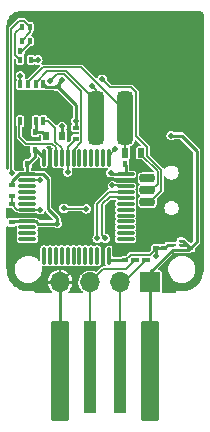
<source format=gbr>
%TF.GenerationSoftware,KiCad,Pcbnew,(5.99.0-7706-gdc1c80beb8)*%
%TF.CreationDate,2020-12-31T13:50:11+03:00*%
%TF.ProjectId,USBtoCANFD,55534274-6f43-4414-9e46-442e6b696361,rev?*%
%TF.SameCoordinates,Original*%
%TF.FileFunction,Copper,L1,Top*%
%TF.FilePolarity,Positive*%
%FSLAX46Y46*%
G04 Gerber Fmt 4.6, Leading zero omitted, Abs format (unit mm)*
G04 Created by KiCad (PCBNEW (5.99.0-7706-gdc1c80beb8)) date 2020-12-31 13:50:11*
%MOMM*%
%LPD*%
G01*
G04 APERTURE LIST*
G04 Aperture macros list*
%AMRoundRect*
0 Rectangle with rounded corners*
0 $1 Rounding radius*
0 $2 $3 $4 $5 $6 $7 $8 $9 X,Y pos of 4 corners*
0 Add a 4 corners polygon primitive as box body*
4,1,4,$2,$3,$4,$5,$6,$7,$8,$9,$2,$3,0*
0 Add four circle primitives for the rounded corners*
1,1,$1+$1,$2,$3,0*
1,1,$1+$1,$4,$5,0*
1,1,$1+$1,$6,$7,0*
1,1,$1+$1,$8,$9,0*
0 Add four rect primitives between the rounded corners*
20,1,$1+$1,$2,$3,$4,$5,0*
20,1,$1+$1,$4,$5,$6,$7,0*
20,1,$1+$1,$6,$7,$8,$9,0*
20,1,$1+$1,$8,$9,$2,$3,0*%
G04 Aperture macros list end*
%TA.AperFunction,SMDPad,CuDef*%
%ADD10RoundRect,0.050000X-0.250000X0.150000X-0.250000X-0.150000X0.250000X-0.150000X0.250000X0.150000X0*%
%TD*%
%TA.AperFunction,SMDPad,CuDef*%
%ADD11RoundRect,0.050000X0.200000X-0.150000X0.200000X0.150000X-0.200000X0.150000X-0.200000X-0.150000X0*%
%TD*%
%TA.AperFunction,SMDPad,CuDef*%
%ADD12RoundRect,0.325000X0.325000X1.925000X-0.325000X1.925000X-0.325000X-1.925000X0.325000X-1.925000X0*%
%TD*%
%TA.AperFunction,SMDPad,CuDef*%
%ADD13RoundRect,0.199800X0.700200X1.750200X-0.700200X1.750200X-0.700200X-1.750200X0.700200X-1.750200X0*%
%TD*%
%TA.AperFunction,SMDPad,CuDef*%
%ADD14RoundRect,0.075000X-0.662500X-0.075000X0.662500X-0.075000X0.662500X0.075000X-0.662500X0.075000X0*%
%TD*%
%TA.AperFunction,SMDPad,CuDef*%
%ADD15RoundRect,0.075000X-0.075000X-0.662500X0.075000X-0.662500X0.075000X0.662500X-0.075000X0.662500X0*%
%TD*%
%TA.AperFunction,SMDPad,CuDef*%
%ADD16RoundRect,0.055000X0.220000X0.345000X-0.220000X0.345000X-0.220000X-0.345000X0.220000X-0.345000X0*%
%TD*%
%TA.AperFunction,SMDPad,CuDef*%
%ADD17RoundRect,0.050000X-0.200000X0.150000X-0.200000X-0.150000X0.200000X-0.150000X0.200000X0.150000X0*%
%TD*%
%TA.AperFunction,SMDPad,CuDef*%
%ADD18RoundRect,0.040000X0.210000X-0.160000X0.210000X0.160000X-0.210000X0.160000X-0.210000X-0.160000X0*%
%TD*%
%TA.AperFunction,SMDPad,CuDef*%
%ADD19R,0.550000X0.800000*%
%TD*%
%TA.AperFunction,SMDPad,CuDef*%
%ADD20RoundRect,0.050000X0.150000X0.200000X-0.150000X0.200000X-0.150000X-0.200000X0.150000X-0.200000X0*%
%TD*%
%TA.AperFunction,SMDPad,CuDef*%
%ADD21RoundRect,0.050000X-0.150000X-0.200000X0.150000X-0.200000X0.150000X0.200000X-0.150000X0.200000X0*%
%TD*%
%TA.AperFunction,SMDPad,CuDef*%
%ADD22RoundRect,0.200200X0.449800X-0.149800X0.449800X0.149800X-0.449800X0.149800X-0.449800X-0.149800X0*%
%TD*%
%TA.AperFunction,SMDPad,CuDef*%
%ADD23RoundRect,0.200250X0.249750X-0.174750X0.249750X0.174750X-0.249750X0.174750X-0.249750X-0.174750X0*%
%TD*%
%TA.AperFunction,SMDPad,CuDef*%
%ADD24RoundRect,0.040000X-0.160000X-0.210000X0.160000X-0.210000X0.160000X0.210000X-0.160000X0.210000X0*%
%TD*%
%TA.AperFunction,SMDPad,CuDef*%
%ADD25RoundRect,0.040000X0.160000X0.210000X-0.160000X0.210000X-0.160000X-0.210000X0.160000X-0.210000X0*%
%TD*%
%TA.AperFunction,SMDPad,CuDef*%
%ADD26R,0.350000X0.650000*%
%TD*%
%TA.AperFunction,SMDPad,CuDef*%
%ADD27R,2.400000X1.550000*%
%TD*%
%TA.AperFunction,SMDPad,CuDef*%
%ADD28RoundRect,0.040000X-0.210000X0.160000X-0.210000X-0.160000X0.210000X-0.160000X0.210000X0.160000X0*%
%TD*%
%TA.AperFunction,SMDPad,CuDef*%
%ADD29RoundRect,0.060000X0.140000X-0.190000X0.140000X0.190000X-0.140000X0.190000X-0.140000X-0.190000X0*%
%TD*%
%TA.AperFunction,SMDPad,CuDef*%
%ADD30C,0.200000*%
%TD*%
%TA.AperFunction,ConnectorPad*%
%ADD31RoundRect,0.100500X0.649500X-4.149500X0.649500X4.149500X-0.649500X4.149500X-0.649500X-4.149500X0*%
%TD*%
%TA.AperFunction,ConnectorPad*%
%ADD32RoundRect,0.100100X0.449900X-3.774900X0.449900X3.774900X-0.449900X3.774900X-0.449900X-3.774900X0*%
%TD*%
%TA.AperFunction,ComponentPad*%
%ADD33R,1.700000X1.700000*%
%TD*%
%TA.AperFunction,ComponentPad*%
%ADD34O,1.700000X1.700000*%
%TD*%
%TA.AperFunction,ViaPad*%
%ADD35C,0.500000*%
%TD*%
%TA.AperFunction,Conductor*%
%ADD36C,0.150000*%
%TD*%
%TA.AperFunction,Conductor*%
%ADD37C,0.250000*%
%TD*%
G04 APERTURE END LIST*
D10*
%TO.P,D1,1,A1*%
%TO.N,GND*%
X153425000Y-84850000D03*
%TO.P,D1,2,A2*%
%TO.N,USB_D-*%
X153425000Y-85750000D03*
%TD*%
D11*
%TO.P,C3,1*%
%TO.N,+3V3*%
X154324999Y-84700000D03*
%TO.P,C3,2*%
%TO.N,GND*%
X154324999Y-83800000D03*
%TD*%
%TO.P,C1,1*%
%TO.N,+5V*%
X157225000Y-84700000D03*
%TO.P,C1,2*%
%TO.N,GND*%
X157225000Y-83800000D03*
%TD*%
D12*
%TO.P,J2,1,Pin_1*%
%TO.N,GND*%
X154200000Y-73650000D03*
%TO.P,J2,2,Pin_2*%
%TO.N,CAN+*%
X151700000Y-73650000D03*
%TO.P,J2,3,Pin_3*%
%TO.N,CAN-*%
X149200000Y-73650000D03*
D13*
%TO.P,J2,MP,MountPin*%
%TO.N,GND*%
X157400000Y-66650000D03*
X146000000Y-66650000D03*
%TD*%
D14*
%TO.P,U3,1,VBAT*%
%TO.N,+3V3*%
X143412500Y-78450000D03*
%TO.P,U3,2,PC13*%
%TO.N,STATUS_LED*%
X143412500Y-78950000D03*
%TO.P,U3,3,PC14-OSC32_IN(PC14)*%
%TO.N,Net-(U3-Pad3)*%
X143412500Y-79450000D03*
%TO.P,U3,4,PC15-OSC32_OUT(PC15)*%
%TO.N,Net-(U3-Pad4)*%
X143412500Y-79950000D03*
%TO.P,U3,5,PH0-OSC_IN(PH0)*%
%TO.N,Net-(U3-Pad5)*%
X143412500Y-80450000D03*
%TO.P,U3,6,PH1-OSC_OUT(PH1)*%
%TO.N,Net-(U3-Pad6)*%
X143412500Y-80950000D03*
%TO.P,U3,7,NRST*%
%TO.N,nRST*%
X143412500Y-81450000D03*
%TO.P,U3,8,VSSA/VREF-*%
%TO.N,GND*%
X143412500Y-81950000D03*
%TO.P,U3,9,VDDA/VREF+*%
%TO.N,+3V3*%
X143412500Y-82450000D03*
%TO.P,U3,10,PA0*%
%TO.N,Net-(U3-Pad10)*%
X143412500Y-82950000D03*
%TO.P,U3,11,PA1*%
%TO.N,Net-(U3-Pad11)*%
X143412500Y-83450000D03*
%TO.P,U3,12,PA2*%
%TO.N,Net-(U3-Pad12)*%
X143412500Y-83950000D03*
D15*
%TO.P,U3,13,PA3*%
%TO.N,Net-(U3-Pad13)*%
X144825000Y-85362500D03*
%TO.P,U3,14,PA4*%
%TO.N,Net-(U3-Pad14)*%
X145325000Y-85362500D03*
%TO.P,U3,15,PA5*%
%TO.N,Net-(U3-Pad15)*%
X145825000Y-85362500D03*
%TO.P,U3,16,PA6*%
%TO.N,Net-(U3-Pad16)*%
X146325000Y-85362500D03*
%TO.P,U3,17,PA7*%
%TO.N,Net-(U3-Pad17)*%
X146825000Y-85362500D03*
%TO.P,U3,18,PB0*%
%TO.N,Net-(U3-Pad18)*%
X147325000Y-85362500D03*
%TO.P,U3,19,PB1*%
%TO.N,Net-(U3-Pad19)*%
X147825000Y-85362500D03*
%TO.P,U3,20,PB2*%
%TO.N,Net-(U3-Pad20)*%
X148325000Y-85362500D03*
%TO.P,U3,21,PB10*%
%TO.N,Net-(U3-Pad21)*%
X148825000Y-85362500D03*
%TO.P,U3,22,PB11*%
%TO.N,Net-(U3-Pad22)*%
X149325000Y-85362500D03*
%TO.P,U3,23,VSS*%
%TO.N,GND*%
X149825000Y-85362500D03*
%TO.P,U3,24,VDD*%
%TO.N,+3V3*%
X150325000Y-85362500D03*
D14*
%TO.P,U3,25,PB12*%
%TO.N,Net-(U3-Pad25)*%
X151737500Y-83950000D03*
%TO.P,U3,26,PB13*%
%TO.N,Net-(U3-Pad26)*%
X151737500Y-83450000D03*
%TO.P,U3,27,PB14*%
%TO.N,Net-(U3-Pad27)*%
X151737500Y-82950000D03*
%TO.P,U3,28,PB15*%
%TO.N,Net-(U3-Pad28)*%
X151737500Y-82450000D03*
%TO.P,U3,29,PA8*%
%TO.N,Net-(U3-Pad29)*%
X151737500Y-81950000D03*
%TO.P,U3,30,PA9*%
%TO.N,Net-(U3-Pad30)*%
X151737500Y-81450000D03*
%TO.P,U3,31,PA10*%
%TO.N,Net-(U3-Pad31)*%
X151737500Y-80950000D03*
%TO.P,U3,32,PA11*%
%TO.N,USB_D-*%
X151737500Y-80450000D03*
%TO.P,U3,33,PA12*%
%TO.N,USB_D+*%
X151737500Y-79950000D03*
%TO.P,U3,34,PA13(JTMS/SWDIO)*%
%TO.N,SWD_IO*%
X151737500Y-79450000D03*
%TO.P,U3,35,VSS*%
%TO.N,GND*%
X151737500Y-78950000D03*
%TO.P,U3,36,VDD*%
%TO.N,+3V3*%
X151737500Y-78450000D03*
D15*
%TO.P,U3,37,PA14(JTCK/SWCLK)*%
%TO.N,SWD_CLK*%
X150325000Y-77037500D03*
%TO.P,U3,38,PA15(JTDI)*%
%TO.N,Net-(U3-Pad38)*%
X149825000Y-77037500D03*
%TO.P,U3,39,PB3(JTDO/TRACESWO)*%
%TO.N,Net-(U3-Pad39)*%
X149325000Y-77037500D03*
%TO.P,U3,40,PB4(NJTRST)*%
%TO.N,Net-(U3-Pad40)*%
X148825000Y-77037500D03*
%TO.P,U3,41,PB5*%
%TO.N,Net-(U3-Pad41)*%
X148325000Y-77037500D03*
%TO.P,U3,42,PB6*%
%TO.N,Net-(U3-Pad42)*%
X147825000Y-77037500D03*
%TO.P,U3,43,PB7*%
%TO.N,CAN_EN*%
X147325000Y-77037500D03*
%TO.P,U3,44,PH3-BOOT0*%
%TO.N,Net-(U3-Pad44)*%
X146825000Y-77037500D03*
%TO.P,U3,45,PB8*%
%TO.N,CAN_RX*%
X146325000Y-77037500D03*
%TO.P,U3,46,PB9*%
%TO.N,CAN_TX*%
X145825000Y-77037500D03*
%TO.P,U3,47,VSS*%
%TO.N,GND*%
X145325000Y-77037500D03*
%TO.P,U3,48,VDD*%
%TO.N,+3V3*%
X144825000Y-77037500D03*
%TD*%
D16*
%TO.P,R1,1*%
%TO.N,Net-(R1-Pad1)*%
X153050000Y-76650000D03*
%TO.P,R1,2*%
%TO.N,CAN+*%
X151700000Y-76650000D03*
%TD*%
D17*
%TO.P,C6,1*%
%TO.N,+3V3*%
X142075000Y-82525000D03*
%TO.P,C6,2*%
%TO.N,GND*%
X142075000Y-83425000D03*
%TD*%
D18*
%TO.P,R5,1*%
%TO.N,Net-(U3-Pad44)*%
X147525000Y-75425000D03*
%TO.P,R5,2*%
%TO.N,+3V3*%
X147525000Y-74525000D03*
%TD*%
D19*
%TO.P,FB1,1*%
%TO.N,Net-(C4-Pad1)*%
X145025000Y-75225000D03*
%TO.P,FB1,2*%
%TO.N,+5V*%
X146375000Y-75225000D03*
%TD*%
D20*
%TO.P,C9,1*%
%TO.N,+3V3*%
X144025000Y-76400000D03*
%TO.P,C9,2*%
%TO.N,GND*%
X143125000Y-76400000D03*
%TD*%
D21*
%TO.P,C8,1*%
%TO.N,+3V3*%
X151700000Y-77600000D03*
%TO.P,C8,2*%
%TO.N,GND*%
X152600000Y-77600000D03*
%TD*%
D22*
%TO.P,SW1,1,A*%
%TO.N,Net-(SW1-Pad1)*%
X153575000Y-78800000D03*
%TO.P,SW1,2,B*%
%TO.N,Net-(R1-Pad1)*%
X153575000Y-79800000D03*
%TO.P,SW1,3,C*%
%TO.N,CAN-*%
X153575000Y-80800000D03*
D23*
%TO.P,SW1,MP,MP*%
%TO.N,GND*%
X156725000Y-76825000D03*
X154525000Y-76825000D03*
X154525000Y-82775000D03*
X156725000Y-82775000D03*
%TD*%
D24*
%TO.P,R3,1*%
%TO.N,Net-(D3-PadGK)*%
X142825000Y-67975000D03*
%TO.P,R3,2*%
%TO.N,GND*%
X143725000Y-67975000D03*
%TD*%
D11*
%TO.P,C2,1*%
%TO.N,+3V3*%
X155025000Y-84700000D03*
%TO.P,C2,2*%
%TO.N,GND*%
X155025000Y-83800000D03*
%TD*%
D25*
%TO.P,R2,1*%
%TO.N,+3V3*%
X143725000Y-68775000D03*
%TO.P,R2,2*%
%TO.N,Net-(D3-PadRA)*%
X142825000Y-68775000D03*
%TD*%
D17*
%TO.P,C5,1*%
%TO.N,+3V3*%
X146000000Y-71050000D03*
%TO.P,C5,2*%
%TO.N,GND*%
X146000000Y-71950000D03*
%TD*%
D26*
%TO.P,U2,1,TXD*%
%TO.N,CAN_TX*%
X142825000Y-73950000D03*
%TO.P,U2,2,VSS*%
%TO.N,GND*%
X143475000Y-73950000D03*
%TO.P,U2,3,VDD*%
%TO.N,Net-(C4-Pad1)*%
X144125000Y-73950000D03*
%TO.P,U2,4,RXD*%
%TO.N,CAN_RX*%
X144775000Y-73950000D03*
%TO.P,U2,5,Vio*%
%TO.N,+3V3*%
X144775000Y-70850000D03*
%TO.P,U2,6,CANL*%
%TO.N,CAN-*%
X144125000Y-70850000D03*
%TO.P,U2,7,CANH*%
%TO.N,CAN+*%
X143475000Y-70850000D03*
%TO.P,U2,8,SHDN*%
%TO.N,CAN_EN*%
X142825000Y-70850000D03*
D27*
%TO.P,U2,9,PAD*%
%TO.N,GND*%
X143800000Y-72400000D03*
%TD*%
D11*
%TO.P,C7,1*%
%TO.N,+3V3*%
X151675000Y-85750000D03*
%TO.P,C7,2*%
%TO.N,GND*%
X151675000Y-84850000D03*
%TD*%
D20*
%TO.P,C10,1*%
%TO.N,+3V3*%
X143425000Y-77600000D03*
%TO.P,C10,2*%
%TO.N,GND*%
X142525000Y-77600000D03*
%TD*%
D28*
%TO.P,R4,1*%
%TO.N,+3V3*%
X142075001Y-79375000D03*
%TO.P,R4,2*%
%TO.N,nRST*%
X142075001Y-80275000D03*
%TD*%
D29*
%TO.P,D3,GA,1*%
%TO.N,STATUS_LED*%
X143625000Y-65975000D03*
%TO.P,D3,GK,2*%
%TO.N,Net-(D3-PadGK)*%
X143625000Y-67175000D03*
%TO.P,D3,RA,3*%
%TO.N,Net-(D3-PadRA)*%
X142925000Y-65975000D03*
%TO.P,D3,RK,4*%
%TO.N,STATUS_LED*%
X142925000Y-67175000D03*
%TD*%
D30*
%TO.P,U1,A1,IN*%
%TO.N,+5V*%
X156300000Y-84425000D03*
%TO.P,U1,A2,OUT*%
%TO.N,+3V3*%
X155950000Y-84425000D03*
%TO.P,U1,B1,EN*%
%TO.N,+5V*%
X156300000Y-84075000D03*
%TO.P,U1,B2,GND*%
%TO.N,GND*%
X155950000Y-84075000D03*
%TD*%
D17*
%TO.P,C11,1*%
%TO.N,nRST*%
X142075000Y-80950000D03*
%TO.P,C11,2*%
%TO.N,GND*%
X142075000Y-81850000D03*
%TD*%
D20*
%TO.P,C4,1*%
%TO.N,Net-(C4-Pad1)*%
X144075000Y-74875000D03*
%TO.P,C4,2*%
%TO.N,GND*%
X143175000Y-74875000D03*
%TD*%
D31*
%TO.P,J1,1,Pin_1*%
%TO.N,+5V*%
X153810000Y-95150000D03*
D32*
%TO.P,J1,2,Pin_2*%
%TO.N,USB_D-*%
X151270000Y-94775000D03*
%TO.P,J1,3,Pin_3*%
%TO.N,USB_D+*%
X148730000Y-94775000D03*
D31*
%TO.P,J1,4,Pin_4*%
%TO.N,GND*%
X146190000Y-95150000D03*
%TD*%
D10*
%TO.P,D2,1,A1*%
%TO.N,GND*%
X152525000Y-84850000D03*
%TO.P,D2,2,A2*%
%TO.N,USB_D+*%
X152525000Y-85750000D03*
%TD*%
D33*
%TO.P,J4,1,Pin_1*%
%TO.N,+5V*%
X153810000Y-87600000D03*
D34*
%TO.P,J4,2,Pin_2*%
%TO.N,USB_D-*%
X151270000Y-87600000D03*
%TO.P,J4,3,Pin_3*%
%TO.N,USB_D+*%
X148730000Y-87600000D03*
%TO.P,J4,4,Pin_4*%
%TO.N,GND*%
X146190000Y-87600000D03*
%TD*%
D35*
%TO.N,GND*%
X150570000Y-80870000D03*
X158000000Y-72500000D03*
X153350000Y-65350000D03*
X154736030Y-81858781D03*
X145700010Y-80670000D03*
X147450000Y-68700000D03*
X147533366Y-80737154D03*
X144660000Y-83180000D03*
X147500000Y-82010000D03*
X156050000Y-65350000D03*
X148990000Y-80610000D03*
X158000000Y-84950000D03*
X158000000Y-75700000D03*
X155450000Y-87850000D03*
X146000000Y-72525000D03*
X143540000Y-75380000D03*
X157150000Y-77700000D03*
X147450000Y-65350000D03*
X144875000Y-82050000D03*
X150233091Y-83225569D03*
X144400000Y-65350000D03*
X150600000Y-65350000D03*
X154200000Y-70800000D03*
X142075000Y-84125000D03*
X144335000Y-67975000D03*
X158000000Y-69100000D03*
X148690000Y-83220000D03*
X150750000Y-70300000D03*
X142625000Y-76900000D03*
X146730000Y-83220000D03*
X145325000Y-78150000D03*
X155400000Y-83100000D03*
X148630000Y-79390000D03*
X147530000Y-78270000D03*
X149710000Y-78290000D03*
X155635000Y-76825000D03*
X150970000Y-85140000D03*
X148710000Y-82050000D03*
X150550000Y-82020000D03*
X157130000Y-81960000D03*
%TO.N,+5V*%
X155600000Y-75175000D03*
X146350000Y-74400000D03*
%TO.N,+3V3*%
X147525000Y-73925000D03*
X154325000Y-85350000D03*
X145950000Y-82625000D03*
X146320000Y-70460000D03*
X144300000Y-68775000D03*
X150500000Y-78325000D03*
%TO.N,USB_D-*%
X150000000Y-83870000D03*
%TO.N,USB_D+*%
X149320403Y-83883199D03*
%TO.N,CAN-*%
X149750000Y-70400000D03*
X148850000Y-71000000D03*
%TO.N,CAN_EN*%
X142825000Y-70125000D03*
X145370000Y-70520000D03*
%TO.N,STATUS_LED*%
X144476492Y-78975010D03*
X142081265Y-78306265D03*
%TO.N,Net-(U3-Pad44)*%
X146825000Y-78250000D03*
%TO.N,nRST*%
X146520000Y-81320000D03*
X144500000Y-81450000D03*
X148420000Y-81370000D03*
%TO.N,SWD_IO*%
X150625000Y-79400000D03*
%TO.N,SWD_CLK*%
X150850000Y-76350000D03*
%TD*%
D36*
%TO.N,GND*%
X154200000Y-73650000D02*
X155950000Y-73650000D01*
X153425000Y-84850000D02*
X152525000Y-84850000D01*
X154525000Y-83599999D02*
X154324999Y-83800000D01*
X154525000Y-76825000D02*
X155635000Y-76825000D01*
X155400000Y-83425000D02*
X155025000Y-83800000D01*
X157300000Y-87850000D02*
X155450000Y-87850000D01*
X155300000Y-84075000D02*
X155025000Y-83800000D01*
X154525000Y-82775000D02*
X154525000Y-82069811D01*
X148630000Y-79390000D02*
X148630000Y-79370000D01*
X155950000Y-73650000D02*
X158000000Y-75700000D01*
X154200000Y-73650000D02*
X154200000Y-70800000D01*
X150728002Y-78800002D02*
X145975002Y-78800002D01*
X156725000Y-82775000D02*
X156725000Y-82365000D01*
X142350000Y-71193214D02*
X143556786Y-72400000D01*
X148690000Y-83220000D02*
X146730000Y-83220000D01*
X142944782Y-69400000D02*
X142500000Y-69400000D01*
X142075000Y-83425000D02*
X142075000Y-84125000D01*
X154200000Y-73650000D02*
X157400000Y-70450000D01*
X146000000Y-71950000D02*
X146000000Y-72525000D01*
X154324999Y-83950001D02*
X153425000Y-84850000D01*
X154525000Y-76825000D02*
X154525000Y-73975000D01*
X154324999Y-83800000D02*
X154324999Y-83950001D01*
X156725000Y-76825000D02*
X156725000Y-82775000D01*
X149825000Y-85362500D02*
X149825000Y-86024280D01*
X149825000Y-86024280D02*
X149324281Y-86524999D01*
X148710000Y-82050000D02*
X147540000Y-82050000D01*
X152700000Y-77700000D02*
X152600000Y-77600000D01*
X155725000Y-82775000D02*
X155400000Y-83100000D01*
X143556786Y-72400000D02*
X143800000Y-72400000D01*
X147540000Y-82050000D02*
X147500000Y-82010000D01*
X144775000Y-81950000D02*
X144875000Y-82050000D01*
X150878000Y-78950000D02*
X150728002Y-78800002D01*
X146000000Y-71950000D02*
X144250000Y-71950000D01*
X143412500Y-81950000D02*
X142175000Y-81950000D01*
X143412500Y-81950000D02*
X144775000Y-81950000D01*
X158000000Y-84950000D02*
X158000000Y-87150000D01*
X151737500Y-78950000D02*
X152450000Y-78950000D01*
X144250000Y-71950000D02*
X143800000Y-72400000D01*
X148630000Y-79370000D02*
X149710000Y-78290000D01*
X151675000Y-84850000D02*
X151260000Y-84850000D01*
X150550000Y-82908660D02*
X150233091Y-83225569D01*
X154525000Y-82069811D02*
X154736030Y-81858781D01*
X145325000Y-77037500D02*
X145325000Y-78150000D01*
X150125730Y-84399990D02*
X151224990Y-84399990D01*
X147660520Y-80610000D02*
X147533366Y-80737154D01*
X156725000Y-76825000D02*
X155635000Y-76825000D01*
X157400000Y-66650000D02*
X146000000Y-66650000D01*
X152700000Y-78700000D02*
X152700000Y-77700000D01*
X143250010Y-68449990D02*
X143250010Y-69094772D01*
X150550000Y-82020000D02*
X150550000Y-82908660D01*
X149825000Y-85362500D02*
X149825000Y-84700720D01*
X155025000Y-83800000D02*
X154324999Y-83800000D01*
X152450000Y-78950000D02*
X152700000Y-78700000D01*
X150550000Y-80890000D02*
X150570000Y-80870000D01*
X151260000Y-84850000D02*
X150970000Y-85140000D01*
X144335000Y-67975000D02*
X144675000Y-67975000D01*
X143475000Y-74575000D02*
X143475000Y-73950000D01*
X156725000Y-82365000D02*
X157130000Y-81960000D01*
X143250010Y-69094772D02*
X142944782Y-69400000D01*
X143475000Y-72725000D02*
X143800000Y-72400000D01*
X157400000Y-70450000D02*
X157400000Y-66650000D01*
X143175000Y-75015000D02*
X143540000Y-75380000D01*
X154525000Y-82775000D02*
X154525000Y-83599999D01*
X151737500Y-78950000D02*
X150878000Y-78950000D01*
X148990000Y-80610000D02*
X147660520Y-80610000D01*
X142175000Y-81950000D02*
X142075000Y-81850000D01*
D37*
X143725000Y-67975000D02*
X144335000Y-67975000D01*
D36*
X154525000Y-73975000D02*
X154200000Y-73650000D01*
X144675000Y-67975000D02*
X146000000Y-66650000D01*
X156725000Y-82775000D02*
X155725000Y-82775000D01*
X145975002Y-78800002D02*
X145325000Y-78150000D01*
X155950000Y-84075000D02*
X155300000Y-84075000D01*
X151675000Y-84850000D02*
X152525000Y-84850000D01*
X142500000Y-69400000D02*
X142350000Y-69550000D01*
X143175000Y-74875000D02*
X143175000Y-75015000D01*
X147450000Y-65350000D02*
X147450000Y-68700000D01*
X155400000Y-83100000D02*
X155400000Y-83425000D01*
X143725000Y-67975000D02*
X143250010Y-68449990D01*
X151224990Y-84399990D02*
X151675000Y-84850000D01*
X150550000Y-82020000D02*
X150550000Y-80890000D01*
X142350000Y-69550000D02*
X142350000Y-71193214D01*
X156050000Y-65350000D02*
X153350000Y-65350000D01*
X156725000Y-83300000D02*
X157225000Y-83800000D01*
X158000000Y-87150000D02*
X157300000Y-87850000D01*
X143175000Y-74875000D02*
X143475000Y-74575000D01*
X143475000Y-73950000D02*
X143475000Y-72725000D01*
X149825000Y-84700720D02*
X150125730Y-84399990D01*
X150600000Y-65350000D02*
X147450000Y-65350000D01*
X156725000Y-82775000D02*
X156725000Y-83300000D01*
D37*
X146190000Y-95150000D02*
X146190000Y-87600000D01*
D36*
X147265001Y-86524999D02*
X146190000Y-87600000D01*
X142525000Y-77600000D02*
X142525000Y-77000000D01*
X149324281Y-86524999D02*
X147265001Y-86524999D01*
X158000000Y-72500000D02*
X158000000Y-69100000D01*
X142525000Y-77000000D02*
X143125000Y-76400000D01*
D37*
%TO.N,+5V*%
X156475000Y-75175000D02*
X157750010Y-76450010D01*
X146350000Y-75200000D02*
X146375000Y-75225000D01*
X157225000Y-84700000D02*
X157750010Y-84174990D01*
X157750010Y-84174990D02*
X157750010Y-76450010D01*
X156600000Y-84075000D02*
X157225000Y-84700000D01*
X157099989Y-84825011D02*
X155709623Y-84825011D01*
X157225000Y-84700000D02*
X157099989Y-84825011D01*
D36*
X156300000Y-84425000D02*
X156950000Y-84425000D01*
D37*
X153810000Y-95150000D02*
X153810000Y-87600000D01*
D36*
X156300000Y-84075000D02*
X156600000Y-84075000D01*
D37*
X155709623Y-84825011D02*
X153810000Y-86724634D01*
X153810000Y-86724634D02*
X153810000Y-87600000D01*
D36*
X156950000Y-84425000D02*
X157225000Y-84700000D01*
D37*
X146350000Y-74400000D02*
X146350000Y-75200000D01*
X155600000Y-75175000D02*
X156475000Y-75175000D01*
X156950000Y-84425000D02*
X156325001Y-84425000D01*
X156600000Y-84075000D02*
X156325001Y-84075000D01*
%TO.N,+3V3*%
X151737500Y-78450000D02*
X151737500Y-77637500D01*
X146000000Y-71050000D02*
X146000000Y-70780000D01*
X145175000Y-81400000D02*
X145950000Y-82175000D01*
X144975000Y-71050000D02*
X144775000Y-70850000D01*
X144319992Y-82625000D02*
X144144992Y-82450000D01*
X144187500Y-76400000D02*
X144825000Y-77037500D01*
X144775000Y-78450000D02*
X145175000Y-78850000D01*
X143412500Y-78450000D02*
X144775000Y-78450000D01*
X154324999Y-84700000D02*
X154324999Y-85349999D01*
D36*
X155950000Y-84425000D02*
X155735000Y-84425000D01*
D37*
X142680008Y-78450000D02*
X142075001Y-79055007D01*
D36*
X154324999Y-84738923D02*
X154324999Y-84700000D01*
D37*
X143725000Y-68775000D02*
X144300000Y-68775000D01*
X150625000Y-78450000D02*
X150500000Y-78325000D01*
D36*
X153788912Y-85275010D02*
X154324999Y-84738923D01*
D37*
X155025000Y-84700000D02*
X155300000Y-84425000D01*
X151675000Y-85750000D02*
X150410000Y-85750000D01*
X143412500Y-77612500D02*
X143425000Y-77600000D01*
X145950000Y-82175000D02*
X145950000Y-82625000D01*
X146000000Y-70780000D02*
X146320000Y-70460000D01*
D36*
X151675000Y-85750000D02*
X152149990Y-85275010D01*
D37*
X145175000Y-78850000D02*
X145175000Y-81400000D01*
X144025000Y-77000000D02*
X143425000Y-77600000D01*
X147525000Y-73925000D02*
X147525000Y-72575000D01*
X144025000Y-76400000D02*
X144025000Y-77000000D01*
X155300000Y-84425000D02*
X155735000Y-84425000D01*
X143412500Y-82450000D02*
X142150000Y-82450000D01*
X144025000Y-76400000D02*
X144187500Y-76400000D01*
X145950000Y-82625000D02*
X144319992Y-82625000D01*
X151737500Y-77637500D02*
X151700000Y-77600000D01*
D36*
X152149990Y-85275010D02*
X153788912Y-85275010D01*
D37*
X144144992Y-82450000D02*
X143412500Y-82450000D01*
X142150000Y-82450000D02*
X142075000Y-82525000D01*
X151737500Y-78450000D02*
X150625000Y-78450000D01*
X146000000Y-71050000D02*
X144975000Y-71050000D01*
X142075001Y-79055007D02*
X142075001Y-79375000D01*
X147525000Y-73925000D02*
X147525000Y-74525000D01*
X150410000Y-85750000D02*
X150325000Y-85665000D01*
X143412500Y-78450000D02*
X143412500Y-77612500D01*
X155025000Y-84700000D02*
X154324999Y-84700000D01*
X143412500Y-78450000D02*
X142680008Y-78450000D01*
X150325000Y-85665000D02*
X150325000Y-85362500D01*
X154324999Y-85349999D02*
X154325000Y-85350000D01*
X147525000Y-72575000D02*
X146000000Y-71050000D01*
D36*
%TO.N,USB_D-*%
X153425000Y-85750000D02*
X151575000Y-87600000D01*
X151575000Y-87600000D02*
X151270000Y-87600000D01*
X151270000Y-94775000D02*
X151270000Y-87600000D01*
X149758090Y-83628090D02*
X150000000Y-83870000D01*
X151737500Y-80450000D02*
X151682498Y-80394998D01*
X149758090Y-81008906D02*
X149758090Y-83628090D01*
X151682498Y-80394998D02*
X150371998Y-80394998D01*
X150371998Y-80394998D02*
X149758090Y-81008906D01*
%TO.N,USB_D+*%
X148730000Y-94775000D02*
X148730000Y-87600000D01*
X152525000Y-85750000D02*
X151800001Y-86474999D01*
X151737500Y-79950000D02*
X150362717Y-79950000D01*
X151800001Y-86474999D02*
X149855001Y-86474999D01*
X150362717Y-79950000D02*
X149320403Y-80992314D01*
X149855001Y-86474999D02*
X148730000Y-87600000D01*
X149320403Y-80992314D02*
X149320403Y-83883199D01*
%TO.N,CAN-*%
X146672270Y-69684987D02*
X149200000Y-72212717D01*
X153775940Y-80800000D02*
X154750021Y-79825919D01*
X144125000Y-70850000D02*
X144125000Y-70681786D01*
X149200000Y-71350000D02*
X148850000Y-71000000D01*
X153550010Y-76125010D02*
X152625010Y-75200010D01*
X153575000Y-80800000D02*
X153775940Y-80800000D01*
X152625010Y-75200010D02*
X152625010Y-71478216D01*
X154750021Y-78075931D02*
X153550010Y-76875920D01*
X144125000Y-70681786D02*
X145121799Y-69684987D01*
X149200000Y-73650000D02*
X149200000Y-71350000D01*
X149200000Y-72212717D02*
X149200000Y-73650000D01*
X149750000Y-70400000D02*
X150426603Y-71076603D01*
X153550010Y-76875920D02*
X153550010Y-76125010D01*
X145121799Y-69684987D02*
X146672270Y-69684987D01*
X152625010Y-71478216D02*
X152223397Y-71076603D01*
X150426603Y-71076603D02*
X152223397Y-71076603D01*
X154750021Y-79825919D02*
X154750021Y-78075931D01*
%TO.N,CAN+*%
X143475000Y-70611076D02*
X144701100Y-69384976D01*
X144701100Y-69384976D02*
X147984922Y-69384976D01*
X147984922Y-69384976D02*
X151700000Y-73100054D01*
X151700000Y-76650000D02*
X151700000Y-73650000D01*
X143475000Y-70850000D02*
X143475000Y-70611076D01*
X151700000Y-73100054D02*
X151700000Y-73650000D01*
%TO.N,Net-(R1-Pad1)*%
X154450010Y-78200198D02*
X153050000Y-76800188D01*
X153900000Y-79800000D02*
X154450010Y-79249990D01*
X154450010Y-79249990D02*
X154450010Y-78200198D01*
X153050000Y-76800188D02*
X153050000Y-76650000D01*
X153575000Y-79800000D02*
X153900000Y-79800000D01*
%TO.N,CAN_EN*%
X148000010Y-71437006D02*
X146548002Y-69984998D01*
X145905002Y-69984998D02*
X145370000Y-70520000D01*
X147325000Y-76369782D02*
X148000010Y-75694772D01*
X146548002Y-69984998D02*
X145905002Y-69984998D01*
X148000010Y-75694772D02*
X148000010Y-71437006D01*
X147325000Y-77037500D02*
X147325000Y-76369782D01*
X142825000Y-70125000D02*
X142825000Y-70850000D01*
%TO.N,STATUS_LED*%
X143625000Y-65975000D02*
X143625000Y-65941934D01*
X143625000Y-66441934D02*
X142925000Y-67141934D01*
X142925000Y-67141934D02*
X142925000Y-67175000D01*
X143625000Y-65975000D02*
X143625000Y-66441934D01*
X143625000Y-65941934D02*
X143158066Y-65475000D01*
X142691934Y-65475000D02*
X142050000Y-66116934D01*
X142050000Y-66116934D02*
X142050000Y-78275000D01*
X144451482Y-78950000D02*
X144476492Y-78975010D01*
X142050000Y-78275000D02*
X142081265Y-78306265D01*
X143158066Y-65475000D02*
X142691934Y-65475000D01*
X143412500Y-78950000D02*
X144451482Y-78950000D01*
%TO.N,Net-(D3-PadRA)*%
X142399990Y-66500010D02*
X142399990Y-68349990D01*
X142925000Y-65975000D02*
X142399990Y-66500010D01*
X142399990Y-68349990D02*
X142825000Y-68775000D01*
%TO.N,CAN_TX*%
X145825000Y-77037500D02*
X145825000Y-76179281D01*
X142749990Y-75282994D02*
X142749990Y-74025010D01*
X142749990Y-74025010D02*
X142825000Y-73950000D01*
X143321998Y-75855002D02*
X142749990Y-75282994D01*
X145825000Y-76179281D02*
X145500721Y-75855002D01*
X145500721Y-75855002D02*
X143321998Y-75855002D01*
%TO.N,CAN_RX*%
X145200000Y-73950000D02*
X145750000Y-74500000D01*
X144775000Y-73950000D02*
X145200000Y-73950000D01*
X145750000Y-74500000D02*
X145750000Y-74975000D01*
X146325000Y-76255002D02*
X146325000Y-77037500D01*
X145750000Y-74975000D02*
X145750000Y-75680002D01*
X145750000Y-75680002D02*
X146325000Y-76255002D01*
%TO.N,Net-(U3-Pad44)*%
X146825000Y-77037500D02*
X146825000Y-76125000D01*
X146825000Y-76125000D02*
X147525000Y-75425000D01*
X146825000Y-77037500D02*
X146825000Y-78250000D01*
%TO.N,Net-(D3-PadGK)*%
X143625000Y-67175000D02*
X143625000Y-67330218D01*
X143625000Y-67330218D02*
X142980218Y-67975000D01*
X142980218Y-67975000D02*
X142825000Y-67975000D01*
%TO.N,nRST*%
X142575000Y-81450000D02*
X142075000Y-80950000D01*
X142075001Y-80275000D02*
X142075001Y-80949999D01*
X146570000Y-81370000D02*
X148420000Y-81370000D01*
X143412500Y-81450000D02*
X142575000Y-81450000D01*
X146520000Y-81320000D02*
X146570000Y-81370000D01*
X143412500Y-81450000D02*
X144500000Y-81450000D01*
X142075001Y-80949999D02*
X142075000Y-80950000D01*
%TO.N,SWD_IO*%
X150625000Y-79400000D02*
X151687500Y-79400000D01*
X151687500Y-79400000D02*
X151737500Y-79450000D01*
%TO.N,SWD_CLK*%
X150325000Y-77037500D02*
X150325000Y-76875000D01*
X150325000Y-76875000D02*
X150850000Y-76350000D01*
D37*
%TO.N,Net-(C4-Pad1)*%
X144675000Y-74875000D02*
X145025000Y-75225000D01*
X144125000Y-73950000D02*
X144125000Y-74825000D01*
X144075000Y-74875000D02*
X144675000Y-74875000D01*
X144125000Y-74825000D02*
X144075000Y-74875000D01*
%TD*%
%TA.AperFunction,Conductor*%
%TO.N,GND*%
G36*
X158065835Y-64652293D02*
G01*
X158065903Y-64651898D01*
X158070683Y-64652718D01*
X158075316Y-64654155D01*
X158080163Y-64654344D01*
X158122839Y-64656009D01*
X158131516Y-64656862D01*
X158135644Y-64657515D01*
X158146948Y-64660228D01*
X158150640Y-64661427D01*
X158200341Y-64677576D01*
X158220967Y-64688086D01*
X158264161Y-64719468D01*
X158280531Y-64735837D01*
X158311917Y-64779036D01*
X158322425Y-64799661D01*
X158339775Y-64853059D01*
X158342483Y-64864340D01*
X158342923Y-64867116D01*
X158343139Y-64868479D01*
X158343992Y-64877160D01*
X158345845Y-64924684D01*
X158347282Y-64929316D01*
X158348102Y-64934098D01*
X158347707Y-64934166D01*
X158350000Y-64949293D01*
X158350000Y-86451977D01*
X158347118Y-86472427D01*
X158345366Y-86478521D01*
X158343424Y-86585144D01*
X158343249Y-86589023D01*
X158339890Y-86635996D01*
X158338196Y-86659675D01*
X158337632Y-86664926D01*
X158324877Y-86753640D01*
X158309662Y-86859469D01*
X158309661Y-86859473D01*
X158308725Y-86864661D01*
X158296762Y-86919654D01*
X158295455Y-86924773D01*
X158240080Y-87113360D01*
X158238413Y-87118370D01*
X158218757Y-87171073D01*
X158216741Y-87175940D01*
X158163496Y-87292532D01*
X158135074Y-87354767D01*
X158132717Y-87359476D01*
X158105744Y-87408874D01*
X158103076Y-87413369D01*
X158016515Y-87548063D01*
X157996796Y-87578746D01*
X157993783Y-87583085D01*
X157960066Y-87628126D01*
X157956759Y-87632231D01*
X157898038Y-87700000D01*
X157828041Y-87780781D01*
X157824441Y-87784647D01*
X157784643Y-87824445D01*
X157780780Y-87828041D01*
X157632240Y-87956752D01*
X157628147Y-87960050D01*
X157598748Y-87982059D01*
X157583100Y-87993772D01*
X157578763Y-87996784D01*
X157552939Y-88013380D01*
X157413387Y-88103065D01*
X157408853Y-88105755D01*
X157408843Y-88105761D01*
X157359496Y-88132706D01*
X157354773Y-88135070D01*
X157175940Y-88216740D01*
X157171061Y-88218761D01*
X157161077Y-88222485D01*
X157118355Y-88238420D01*
X157113390Y-88240071D01*
X156924781Y-88295453D01*
X156919662Y-88296760D01*
X156864667Y-88308723D01*
X156859469Y-88309661D01*
X156664925Y-88337632D01*
X156659674Y-88338196D01*
X156641600Y-88339489D01*
X156589027Y-88343249D01*
X156585142Y-88343424D01*
X156478521Y-88345366D01*
X156473859Y-88346706D01*
X156473856Y-88346707D01*
X156472427Y-88347118D01*
X156451977Y-88350000D01*
X156128401Y-88350000D01*
X156109582Y-88347522D01*
X156109412Y-88347522D01*
X156100000Y-88345000D01*
X156053719Y-88357401D01*
X156022500Y-88365766D01*
X155965766Y-88422500D01*
X155963245Y-88431910D01*
X155959696Y-88445153D01*
X155930662Y-88486618D01*
X155888218Y-88500000D01*
X154889500Y-88500000D01*
X154841934Y-88482687D01*
X154816624Y-88438850D01*
X154815500Y-88426000D01*
X154815500Y-86750000D01*
X154807573Y-86710147D01*
X154805085Y-86697640D01*
X154805084Y-86697638D01*
X154803663Y-86690493D01*
X154769955Y-86640045D01*
X154719507Y-86606337D01*
X154712362Y-86604916D01*
X154712360Y-86604915D01*
X154663570Y-86595210D01*
X154663569Y-86595210D01*
X154660000Y-86594500D01*
X154508401Y-86594500D01*
X154497849Y-86590659D01*
X155348062Y-86590659D01*
X155348637Y-86594005D01*
X155348637Y-86594006D01*
X155353533Y-86622498D01*
X155383873Y-86799065D01*
X155457063Y-86997456D01*
X155565181Y-87179186D01*
X155567412Y-87181730D01*
X155567415Y-87181734D01*
X155624842Y-87247217D01*
X155704606Y-87338170D01*
X155707265Y-87340267D01*
X155707267Y-87340268D01*
X155764294Y-87385224D01*
X155870670Y-87469084D01*
X156057809Y-87567543D01*
X156061048Y-87568549D01*
X156061051Y-87568550D01*
X156252985Y-87628147D01*
X156259758Y-87630250D01*
X156403861Y-87647305D01*
X156428681Y-87650243D01*
X156428682Y-87650243D01*
X156430853Y-87650500D01*
X156554414Y-87650500D01*
X156556098Y-87650345D01*
X156556104Y-87650345D01*
X156629919Y-87643562D01*
X156710573Y-87636151D01*
X156713831Y-87635232D01*
X156713837Y-87635231D01*
X156910829Y-87579673D01*
X156910831Y-87579672D01*
X156914094Y-87578752D01*
X157103747Y-87485226D01*
X157106459Y-87483201D01*
X157106462Y-87483199D01*
X157270459Y-87360736D01*
X157270460Y-87360735D01*
X157273180Y-87358704D01*
X157376238Y-87247217D01*
X157414413Y-87205920D01*
X157414414Y-87205918D01*
X157416720Y-87203424D01*
X157437132Y-87171073D01*
X157527748Y-87027455D01*
X157527749Y-87027453D01*
X157529558Y-87024586D01*
X157534034Y-87013368D01*
X157606658Y-86831334D01*
X157606659Y-86831331D01*
X157607916Y-86828180D01*
X157610393Y-86815731D01*
X157648509Y-86624107D01*
X157648509Y-86624105D01*
X157649170Y-86620783D01*
X157650661Y-86506899D01*
X157651894Y-86412734D01*
X157651894Y-86412729D01*
X157651938Y-86409341D01*
X157616127Y-86200935D01*
X157542937Y-86002544D01*
X157434819Y-85820814D01*
X157432588Y-85818270D01*
X157432585Y-85818266D01*
X157352075Y-85726462D01*
X157295394Y-85661830D01*
X157129330Y-85530916D01*
X156942191Y-85432457D01*
X156938952Y-85431451D01*
X156938949Y-85431450D01*
X156743482Y-85370756D01*
X156743481Y-85370756D01*
X156740242Y-85369750D01*
X156573372Y-85350000D01*
X156571319Y-85349757D01*
X156571318Y-85349757D01*
X156569147Y-85349500D01*
X156445586Y-85349500D01*
X156443902Y-85349655D01*
X156443896Y-85349655D01*
X156370081Y-85356438D01*
X156289427Y-85363849D01*
X156286169Y-85364768D01*
X156286163Y-85364769D01*
X156089171Y-85420327D01*
X156089169Y-85420328D01*
X156085906Y-85421248D01*
X155896253Y-85514774D01*
X155893541Y-85516799D01*
X155893538Y-85516801D01*
X155797727Y-85588347D01*
X155726820Y-85641296D01*
X155583280Y-85796576D01*
X155581466Y-85799451D01*
X155504462Y-85921496D01*
X155470442Y-85975414D01*
X155469186Y-85978561D01*
X155469185Y-85978564D01*
X155396142Y-86161649D01*
X155392084Y-86171820D01*
X155391422Y-86175147D01*
X155391421Y-86175151D01*
X155359339Y-86336439D01*
X155350830Y-86379217D01*
X155349741Y-86462403D01*
X155348135Y-86585119D01*
X155348062Y-86590659D01*
X154497849Y-86590659D01*
X154460835Y-86577187D01*
X154435525Y-86533350D01*
X154444315Y-86483500D01*
X154456075Y-86468174D01*
X155100524Y-85823726D01*
X155802065Y-85122185D01*
X155847942Y-85100793D01*
X155854391Y-85100511D01*
X157067569Y-85100511D01*
X157082006Y-85101933D01*
X157099989Y-85105510D01*
X157107138Y-85104088D01*
X157107139Y-85104088D01*
X157125117Y-85100512D01*
X157125125Y-85100511D01*
X157125128Y-85100511D01*
X157125133Y-85100510D01*
X157200185Y-85085581D01*
X157200187Y-85085580D01*
X157207332Y-85084159D01*
X157239042Y-85062971D01*
X157280154Y-85050500D01*
X157450135Y-85050500D01*
X157453704Y-85049790D01*
X157453705Y-85049790D01*
X157496494Y-85041279D01*
X157496496Y-85041278D01*
X157503641Y-85039857D01*
X157570310Y-84995310D01*
X157614857Y-84928641D01*
X157625500Y-84875136D01*
X157625500Y-84719767D01*
X157642813Y-84672201D01*
X157647174Y-84667441D01*
X157777604Y-84537012D01*
X157921893Y-84392723D01*
X157933107Y-84383520D01*
X157942293Y-84377382D01*
X157948353Y-84373333D01*
X157962590Y-84352026D01*
X157962594Y-84352022D01*
X158005110Y-84288391D01*
X158009158Y-84282333D01*
X158010699Y-84274589D01*
X158011459Y-84270765D01*
X158025510Y-84200127D01*
X158025510Y-84200123D01*
X158029087Y-84182140D01*
X158030509Y-84174991D01*
X158026932Y-84157007D01*
X158025510Y-84142571D01*
X158025510Y-76482428D01*
X158026932Y-76467991D01*
X158029087Y-76457158D01*
X158030509Y-76450009D01*
X158025510Y-76424878D01*
X158025510Y-76424873D01*
X158009158Y-76342667D01*
X157972082Y-76287179D01*
X157962592Y-76272976D01*
X157962590Y-76272974D01*
X157962588Y-76272971D01*
X157952404Y-76257729D01*
X157952403Y-76257728D01*
X157948353Y-76251667D01*
X157933106Y-76241479D01*
X157921893Y-76232277D01*
X156692735Y-75003120D01*
X156683532Y-74991906D01*
X156677392Y-74982717D01*
X156673343Y-74976657D01*
X156582343Y-74915852D01*
X156567818Y-74912963D01*
X156500144Y-74899501D01*
X156500139Y-74899500D01*
X156500136Y-74899500D01*
X156500128Y-74899499D01*
X156482150Y-74895923D01*
X156482149Y-74895923D01*
X156475000Y-74894501D01*
X156467851Y-74895923D01*
X156457017Y-74898078D01*
X156442580Y-74899500D01*
X155921555Y-74899500D01*
X155873989Y-74882187D01*
X155869229Y-74877826D01*
X155838347Y-74846944D01*
X155833164Y-74844303D01*
X155833161Y-74844301D01*
X155730496Y-74791991D01*
X155730494Y-74791990D01*
X155725306Y-74789347D01*
X155600000Y-74769500D01*
X155474694Y-74789347D01*
X155469506Y-74791990D01*
X155469504Y-74791991D01*
X155366839Y-74844301D01*
X155366836Y-74844303D01*
X155361653Y-74846944D01*
X155271944Y-74936653D01*
X155269303Y-74941836D01*
X155269301Y-74941839D01*
X155216991Y-75044504D01*
X155214347Y-75049694D01*
X155194500Y-75175000D01*
X155214347Y-75300306D01*
X155216990Y-75305494D01*
X155216991Y-75305496D01*
X155269301Y-75408161D01*
X155269303Y-75408164D01*
X155271944Y-75413347D01*
X155361653Y-75503056D01*
X155366836Y-75505697D01*
X155366839Y-75505699D01*
X155469504Y-75558009D01*
X155469506Y-75558010D01*
X155474694Y-75560653D01*
X155600000Y-75580500D01*
X155725306Y-75560653D01*
X155730494Y-75558010D01*
X155730496Y-75558009D01*
X155833161Y-75505699D01*
X155833164Y-75505697D01*
X155838347Y-75503056D01*
X155869229Y-75472174D01*
X155915105Y-75450782D01*
X155921555Y-75450500D01*
X156330233Y-75450500D01*
X156377799Y-75467813D01*
X156382559Y-75472174D01*
X157452837Y-76542453D01*
X157474229Y-76588330D01*
X157474511Y-76594779D01*
X157474510Y-84030222D01*
X157457197Y-84077788D01*
X157452836Y-84082548D01*
X157277326Y-84258058D01*
X157231450Y-84279450D01*
X157182555Y-84266349D01*
X157172674Y-84258058D01*
X157167733Y-84253117D01*
X157158531Y-84241904D01*
X157152393Y-84232718D01*
X157148343Y-84226657D01*
X157133094Y-84216468D01*
X157121880Y-84207265D01*
X156817735Y-83903120D01*
X156808532Y-83891906D01*
X156798343Y-83876657D01*
X156707343Y-83815852D01*
X156692818Y-83812963D01*
X156625144Y-83799501D01*
X156625139Y-83799500D01*
X156625136Y-83799500D01*
X156625128Y-83799499D01*
X156607150Y-83795923D01*
X156607149Y-83795923D01*
X156600000Y-83794501D01*
X156592851Y-83795923D01*
X156582017Y-83798078D01*
X156567580Y-83799500D01*
X156299864Y-83799500D01*
X156296295Y-83800210D01*
X156296294Y-83800210D01*
X156242895Y-83810832D01*
X156217658Y-83815852D01*
X156126658Y-83876657D01*
X156065853Y-83967657D01*
X156063950Y-83977222D01*
X156063468Y-83977126D01*
X156063467Y-83977128D01*
X156063949Y-83977224D01*
X156044500Y-84075000D01*
X156046359Y-84084344D01*
X156045922Y-84087182D01*
X156045922Y-84089437D01*
X156045575Y-84089437D01*
X156038660Y-84134372D01*
X156000604Y-84167749D01*
X155964437Y-84170913D01*
X155964437Y-84170922D01*
X155964337Y-84170922D01*
X155959345Y-84171359D01*
X155950000Y-84169500D01*
X155942851Y-84170922D01*
X155936854Y-84172115D01*
X155901310Y-84179185D01*
X155855375Y-84172115D01*
X155855137Y-84172690D01*
X155852788Y-84171717D01*
X155851280Y-84171485D01*
X155849243Y-84170249D01*
X155848401Y-84169900D01*
X155842343Y-84165852D01*
X155835198Y-84164431D01*
X155835196Y-84164430D01*
X155763707Y-84150210D01*
X155763706Y-84150210D01*
X155760137Y-84149500D01*
X155332420Y-84149500D01*
X155317983Y-84148078D01*
X155307149Y-84145923D01*
X155300000Y-84144501D01*
X155282016Y-84148078D01*
X155274872Y-84149499D01*
X155274864Y-84149500D01*
X155274861Y-84149500D01*
X155274856Y-84149501D01*
X155199804Y-84164430D01*
X155199802Y-84164431D01*
X155192657Y-84165852D01*
X155163753Y-84185165D01*
X155122966Y-84212418D01*
X155122964Y-84212420D01*
X155117460Y-84216098D01*
X155101657Y-84226657D01*
X155097608Y-84232717D01*
X155097606Y-84232719D01*
X155091471Y-84241902D01*
X155082268Y-84253117D01*
X155007558Y-84327826D01*
X154961681Y-84349218D01*
X154955232Y-84349500D01*
X154799865Y-84349500D01*
X154796296Y-84350210D01*
X154796295Y-84350210D01*
X154753506Y-84358721D01*
X154753504Y-84358722D01*
X154746359Y-84360143D01*
X154740302Y-84364190D01*
X154740300Y-84364191D01*
X154716113Y-84380353D01*
X154666945Y-84392385D01*
X154633888Y-84380354D01*
X154609698Y-84364191D01*
X154609699Y-84364191D01*
X154603640Y-84360143D01*
X154596495Y-84358722D01*
X154596493Y-84358721D01*
X154553705Y-84350210D01*
X154553704Y-84350210D01*
X154550135Y-84349500D01*
X154099864Y-84349500D01*
X154096295Y-84350210D01*
X154096294Y-84350210D01*
X154053505Y-84358721D01*
X154053503Y-84358722D01*
X154046358Y-84360143D01*
X153979689Y-84404690D01*
X153935142Y-84471359D01*
X153933721Y-84478504D01*
X153933720Y-84478506D01*
X153931216Y-84491094D01*
X153924499Y-84524864D01*
X153924499Y-84789866D01*
X153907186Y-84837432D01*
X153902825Y-84842192D01*
X153717182Y-85027836D01*
X153671306Y-85049228D01*
X153664856Y-85049510D01*
X152157125Y-85049510D01*
X152153252Y-85049409D01*
X152121698Y-85047755D01*
X152113932Y-85047348D01*
X152106670Y-85050136D01*
X152106668Y-85050136D01*
X152091197Y-85056075D01*
X152080062Y-85059374D01*
X152056237Y-85064438D01*
X152049361Y-85069434D01*
X152032385Y-85078651D01*
X152024450Y-85081697D01*
X152024175Y-85081920D01*
X152007041Y-85099054D01*
X151998211Y-85106596D01*
X151991251Y-85111653D01*
X151978695Y-85120775D01*
X151974806Y-85127511D01*
X151974515Y-85128014D01*
X151962756Y-85143339D01*
X151843843Y-85262253D01*
X151728270Y-85377826D01*
X151682394Y-85399218D01*
X151675944Y-85399500D01*
X151449865Y-85399500D01*
X151446296Y-85400210D01*
X151446295Y-85400210D01*
X151403506Y-85408721D01*
X151403504Y-85408722D01*
X151396359Y-85410143D01*
X151390300Y-85414191D01*
X151390301Y-85414191D01*
X151339954Y-85447832D01*
X151329690Y-85454690D01*
X151329661Y-85454646D01*
X151287689Y-85474218D01*
X151281239Y-85474500D01*
X150699500Y-85474500D01*
X150651934Y-85457187D01*
X150626624Y-85413350D01*
X150625500Y-85400500D01*
X150625500Y-84674864D01*
X150624790Y-84671294D01*
X150614376Y-84618938D01*
X150614375Y-84618936D01*
X150612954Y-84611791D01*
X150562988Y-84537012D01*
X150539465Y-84521294D01*
X150494267Y-84491094D01*
X150494268Y-84491094D01*
X150488209Y-84487046D01*
X150481064Y-84485625D01*
X150481062Y-84485624D01*
X150428706Y-84475210D01*
X150428705Y-84475210D01*
X150425136Y-84474500D01*
X150224864Y-84474500D01*
X150221295Y-84475210D01*
X150221294Y-84475210D01*
X150168938Y-84485624D01*
X150168936Y-84485625D01*
X150161791Y-84487046D01*
X150155732Y-84491094D01*
X150155733Y-84491094D01*
X150110536Y-84521294D01*
X150087012Y-84537012D01*
X150037046Y-84611791D01*
X150035625Y-84618936D01*
X150035624Y-84618938D01*
X150025210Y-84671294D01*
X150024500Y-84674864D01*
X150024500Y-86050136D01*
X150025210Y-86053705D01*
X150025210Y-86053706D01*
X150035624Y-86106062D01*
X150035625Y-86106064D01*
X150037046Y-86113209D01*
X150041093Y-86119266D01*
X150041094Y-86119268D01*
X150051196Y-86134386D01*
X150063228Y-86183554D01*
X150040841Y-86228953D01*
X149989668Y-86249499D01*
X149862145Y-86249499D01*
X149858272Y-86249398D01*
X149826710Y-86247744D01*
X149818943Y-86247337D01*
X149796203Y-86256066D01*
X149785077Y-86259362D01*
X149761248Y-86264427D01*
X149754375Y-86269421D01*
X149737399Y-86278638D01*
X149729462Y-86281685D01*
X149729187Y-86281908D01*
X149712052Y-86299043D01*
X149703222Y-86306585D01*
X149683706Y-86320764D01*
X149679817Y-86327500D01*
X149679526Y-86328003D01*
X149667767Y-86343328D01*
X149300948Y-86710147D01*
X149255072Y-86731539D01*
X149215951Y-86724218D01*
X149102334Y-86668312D01*
X149080489Y-86657563D01*
X148883827Y-86606336D01*
X148880088Y-86606140D01*
X148684627Y-86595896D01*
X148684624Y-86595896D01*
X148680882Y-86595700D01*
X148479942Y-86626090D01*
X148476427Y-86627383D01*
X148476424Y-86627384D01*
X148304900Y-86690493D01*
X148289218Y-86696263D01*
X148286031Y-86698239D01*
X148119682Y-86801379D01*
X148119679Y-86801381D01*
X148116499Y-86803353D01*
X147968841Y-86942986D01*
X147966695Y-86946051D01*
X147966694Y-86946052D01*
X147913910Y-87021436D01*
X147852277Y-87109457D01*
X147848420Y-87118370D01*
X147779840Y-87276850D01*
X147771567Y-87295967D01*
X147770802Y-87299629D01*
X147770801Y-87299632D01*
X147752921Y-87385219D01*
X147730008Y-87494897D01*
X147729299Y-87698120D01*
X147769468Y-87897334D01*
X147770932Y-87900784D01*
X147770933Y-87900786D01*
X147818727Y-88013380D01*
X147848874Y-88084403D01*
X147964273Y-88251685D01*
X148059079Y-88342600D01*
X148090352Y-88372590D01*
X148112700Y-88418008D01*
X148100626Y-88467166D01*
X148059778Y-88497062D01*
X148039133Y-88500000D01*
X146958390Y-88500000D01*
X146910824Y-88482687D01*
X146885514Y-88438850D01*
X146894304Y-88389000D01*
X146912832Y-88367687D01*
X146914692Y-88366234D01*
X146919915Y-88361260D01*
X147049725Y-88210873D01*
X147053873Y-88204993D01*
X147152004Y-88032250D01*
X147154932Y-88025675D01*
X147217640Y-87837168D01*
X147219237Y-87830144D01*
X147234042Y-87712944D01*
X147231686Y-87702573D01*
X147228295Y-87700000D01*
X146090000Y-87700000D01*
X145157785Y-87699999D01*
X145147789Y-87703637D01*
X145145391Y-87707791D01*
X145152029Y-87786840D01*
X145153330Y-87793927D01*
X145208088Y-87984892D01*
X145210739Y-87991588D01*
X145301547Y-88168282D01*
X145305452Y-88174340D01*
X145428847Y-88330027D01*
X145433853Y-88335211D01*
X145474315Y-88369646D01*
X145499318Y-88413659D01*
X145490180Y-88463446D01*
X145451178Y-88495712D01*
X145426354Y-88500000D01*
X144111782Y-88500000D01*
X144064216Y-88482687D01*
X144040304Y-88445153D01*
X144036755Y-88431910D01*
X144034234Y-88422500D01*
X143977500Y-88365766D01*
X143946281Y-88357401D01*
X143909409Y-88347521D01*
X143909408Y-88347521D01*
X143900000Y-88345000D01*
X143890588Y-88347522D01*
X143890420Y-88347522D01*
X143871599Y-88350000D01*
X143548023Y-88350000D01*
X143527573Y-88347118D01*
X143526144Y-88346707D01*
X143526141Y-88346706D01*
X143521479Y-88345366D01*
X143414856Y-88343424D01*
X143410977Y-88343249D01*
X143351414Y-88338989D01*
X143340325Y-88338196D01*
X143335074Y-88337632D01*
X143237919Y-88323664D01*
X143140521Y-88309660D01*
X143135339Y-88308725D01*
X143080342Y-88296761D01*
X143075227Y-88295455D01*
X142886640Y-88240080D01*
X142881630Y-88238413D01*
X142828938Y-88218761D01*
X142828922Y-88218755D01*
X142824057Y-88216740D01*
X142645231Y-88135073D01*
X142640524Y-88132717D01*
X142591126Y-88105744D01*
X142586631Y-88103076D01*
X142421254Y-87996796D01*
X142416915Y-87993783D01*
X142371874Y-87960066D01*
X142367769Y-87956759D01*
X142219219Y-87828041D01*
X142215353Y-87824441D01*
X142175555Y-87784643D01*
X142171956Y-87780777D01*
X142169020Y-87777389D01*
X142043239Y-87632229D01*
X142039950Y-87628147D01*
X142017441Y-87598080D01*
X142006228Y-87583100D01*
X142003216Y-87578763D01*
X141964907Y-87519153D01*
X141896930Y-87413378D01*
X141894240Y-87408845D01*
X141867294Y-87359496D01*
X141864930Y-87354773D01*
X141783260Y-87175940D01*
X141781239Y-87171061D01*
X141777515Y-87161077D01*
X141761580Y-87118355D01*
X141759929Y-87113390D01*
X141704545Y-86924773D01*
X141703240Y-86919662D01*
X141691277Y-86864667D01*
X141690339Y-86859469D01*
X141662368Y-86664925D01*
X141661804Y-86659674D01*
X141660110Y-86635996D01*
X141656868Y-86590659D01*
X142348062Y-86590659D01*
X142348637Y-86594005D01*
X142348637Y-86594006D01*
X142353533Y-86622498D01*
X142383873Y-86799065D01*
X142457063Y-86997456D01*
X142565181Y-87179186D01*
X142567412Y-87181730D01*
X142567415Y-87181734D01*
X142624842Y-87247217D01*
X142704606Y-87338170D01*
X142707265Y-87340267D01*
X142707267Y-87340268D01*
X142764294Y-87385224D01*
X142870670Y-87469084D01*
X143057809Y-87567543D01*
X143061048Y-87568549D01*
X143061051Y-87568550D01*
X143252985Y-87628147D01*
X143259758Y-87630250D01*
X143403861Y-87647305D01*
X143428681Y-87650243D01*
X143428682Y-87650243D01*
X143430853Y-87650500D01*
X143554414Y-87650500D01*
X143556098Y-87650345D01*
X143556104Y-87650345D01*
X143629919Y-87643562D01*
X143710573Y-87636151D01*
X143713831Y-87635232D01*
X143713837Y-87635231D01*
X143910829Y-87579673D01*
X143910831Y-87579672D01*
X143914094Y-87578752D01*
X144100082Y-87487033D01*
X145146121Y-87487033D01*
X145148623Y-87497372D01*
X145152188Y-87500000D01*
X146076952Y-87500000D01*
X146086948Y-87496362D01*
X146090000Y-87491075D01*
X146090001Y-86567845D01*
X146088004Y-86562356D01*
X146290000Y-86562356D01*
X146290000Y-87486952D01*
X146293638Y-87496948D01*
X146298925Y-87500000D01*
X147222147Y-87500001D01*
X147232143Y-87496363D01*
X147234447Y-87492372D01*
X147225261Y-87398686D01*
X147223862Y-87391618D01*
X147166441Y-87201434D01*
X147163697Y-87194776D01*
X147070431Y-87019367D01*
X147066445Y-87013368D01*
X146940883Y-86859414D01*
X146935812Y-86854307D01*
X146782734Y-86727669D01*
X146776768Y-86723645D01*
X146602012Y-86629155D01*
X146595374Y-86626365D01*
X146405596Y-86567619D01*
X146398536Y-86566170D01*
X146302977Y-86556126D01*
X146292657Y-86558699D01*
X146290000Y-86562356D01*
X146088004Y-86562356D01*
X146086363Y-86557849D01*
X146082291Y-86555499D01*
X145995918Y-86563359D01*
X145988841Y-86564709D01*
X145798261Y-86620799D01*
X145791585Y-86623497D01*
X145615524Y-86715539D01*
X145609503Y-86719480D01*
X145454679Y-86843961D01*
X145449526Y-86849006D01*
X145321833Y-87001186D01*
X145317763Y-87007130D01*
X145222054Y-87181223D01*
X145219218Y-87187840D01*
X145159147Y-87377206D01*
X145157651Y-87384245D01*
X145146121Y-87487033D01*
X144100082Y-87487033D01*
X144103747Y-87485226D01*
X144106459Y-87483201D01*
X144106462Y-87483199D01*
X144270459Y-87360736D01*
X144270460Y-87360735D01*
X144273180Y-87358704D01*
X144376238Y-87247217D01*
X144414413Y-87205920D01*
X144414414Y-87205918D01*
X144416720Y-87203424D01*
X144437132Y-87171073D01*
X144527748Y-87027455D01*
X144527749Y-87027453D01*
X144529558Y-87024586D01*
X144534034Y-87013368D01*
X144606658Y-86831334D01*
X144606659Y-86831331D01*
X144607916Y-86828180D01*
X144610393Y-86815731D01*
X144648509Y-86624107D01*
X144648509Y-86624105D01*
X144649170Y-86620783D01*
X144650661Y-86506899D01*
X144651894Y-86412734D01*
X144651894Y-86412729D01*
X144651938Y-86409341D01*
X144639299Y-86335788D01*
X144648306Y-86285977D01*
X144687224Y-86253609D01*
X144719481Y-86249612D01*
X144721300Y-86249791D01*
X144724864Y-86250500D01*
X144925136Y-86250500D01*
X144928705Y-86249790D01*
X144928706Y-86249790D01*
X144981062Y-86239376D01*
X144981064Y-86239375D01*
X144988209Y-86237954D01*
X145033888Y-86207432D01*
X145083056Y-86195401D01*
X145116112Y-86207432D01*
X145161791Y-86237954D01*
X145168936Y-86239375D01*
X145168938Y-86239376D01*
X145221294Y-86249790D01*
X145221295Y-86249790D01*
X145224864Y-86250500D01*
X145425136Y-86250500D01*
X145428705Y-86249790D01*
X145428706Y-86249790D01*
X145481062Y-86239376D01*
X145481064Y-86239375D01*
X145488209Y-86237954D01*
X145533888Y-86207432D01*
X145583056Y-86195401D01*
X145616112Y-86207432D01*
X145661791Y-86237954D01*
X145668936Y-86239375D01*
X145668938Y-86239376D01*
X145721294Y-86249790D01*
X145721295Y-86249790D01*
X145724864Y-86250500D01*
X145925136Y-86250500D01*
X145928705Y-86249790D01*
X145928706Y-86249790D01*
X145981062Y-86239376D01*
X145981064Y-86239375D01*
X145988209Y-86237954D01*
X146033888Y-86207432D01*
X146083056Y-86195401D01*
X146116112Y-86207432D01*
X146161791Y-86237954D01*
X146168936Y-86239375D01*
X146168938Y-86239376D01*
X146221294Y-86249790D01*
X146221295Y-86249790D01*
X146224864Y-86250500D01*
X146425136Y-86250500D01*
X146428705Y-86249790D01*
X146428706Y-86249790D01*
X146481062Y-86239376D01*
X146481064Y-86239375D01*
X146488209Y-86237954D01*
X146533888Y-86207432D01*
X146583056Y-86195401D01*
X146616112Y-86207432D01*
X146661791Y-86237954D01*
X146668936Y-86239375D01*
X146668938Y-86239376D01*
X146721294Y-86249790D01*
X146721295Y-86249790D01*
X146724864Y-86250500D01*
X146925136Y-86250500D01*
X146928705Y-86249790D01*
X146928706Y-86249790D01*
X146981062Y-86239376D01*
X146981064Y-86239375D01*
X146988209Y-86237954D01*
X147033888Y-86207432D01*
X147083056Y-86195401D01*
X147116112Y-86207432D01*
X147161791Y-86237954D01*
X147168936Y-86239375D01*
X147168938Y-86239376D01*
X147221294Y-86249790D01*
X147221295Y-86249790D01*
X147224864Y-86250500D01*
X147425136Y-86250500D01*
X147428705Y-86249790D01*
X147428706Y-86249790D01*
X147481062Y-86239376D01*
X147481064Y-86239375D01*
X147488209Y-86237954D01*
X147533888Y-86207432D01*
X147583056Y-86195401D01*
X147616112Y-86207432D01*
X147661791Y-86237954D01*
X147668936Y-86239375D01*
X147668938Y-86239376D01*
X147721294Y-86249790D01*
X147721295Y-86249790D01*
X147724864Y-86250500D01*
X147925136Y-86250500D01*
X147928705Y-86249790D01*
X147928706Y-86249790D01*
X147981062Y-86239376D01*
X147981064Y-86239375D01*
X147988209Y-86237954D01*
X148033888Y-86207432D01*
X148083056Y-86195401D01*
X148116112Y-86207432D01*
X148161791Y-86237954D01*
X148168936Y-86239375D01*
X148168938Y-86239376D01*
X148221294Y-86249790D01*
X148221295Y-86249790D01*
X148224864Y-86250500D01*
X148425136Y-86250500D01*
X148428705Y-86249790D01*
X148428706Y-86249790D01*
X148481062Y-86239376D01*
X148481064Y-86239375D01*
X148488209Y-86237954D01*
X148533888Y-86207432D01*
X148583056Y-86195401D01*
X148616112Y-86207432D01*
X148661791Y-86237954D01*
X148668936Y-86239375D01*
X148668938Y-86239376D01*
X148721294Y-86249790D01*
X148721295Y-86249790D01*
X148724864Y-86250500D01*
X148925136Y-86250500D01*
X148928705Y-86249790D01*
X148928706Y-86249790D01*
X148981062Y-86239376D01*
X148981064Y-86239375D01*
X148988209Y-86237954D01*
X149033888Y-86207432D01*
X149083056Y-86195401D01*
X149116112Y-86207432D01*
X149161791Y-86237954D01*
X149168936Y-86239375D01*
X149168938Y-86239376D01*
X149221294Y-86249790D01*
X149221295Y-86249790D01*
X149224864Y-86250500D01*
X149425136Y-86250500D01*
X149428705Y-86249790D01*
X149428706Y-86249790D01*
X149481062Y-86239376D01*
X149481064Y-86239375D01*
X149488209Y-86237954D01*
X149527800Y-86211500D01*
X149556927Y-86192038D01*
X149562988Y-86187988D01*
X149571566Y-86175151D01*
X149608906Y-86119267D01*
X149612954Y-86113209D01*
X149614375Y-86106064D01*
X149614376Y-86106062D01*
X149624790Y-86053706D01*
X149624790Y-86053705D01*
X149625500Y-86050136D01*
X149625500Y-84674864D01*
X149624790Y-84671294D01*
X149614376Y-84618938D01*
X149614375Y-84618936D01*
X149612954Y-84611791D01*
X149562988Y-84537012D01*
X149539465Y-84521294D01*
X149494267Y-84491094D01*
X149494268Y-84491094D01*
X149488209Y-84487046D01*
X149481064Y-84485625D01*
X149481062Y-84485624D01*
X149428706Y-84475210D01*
X149428705Y-84475210D01*
X149425136Y-84474500D01*
X149224864Y-84474500D01*
X149221295Y-84475210D01*
X149221294Y-84475210D01*
X149168938Y-84485624D01*
X149168936Y-84485625D01*
X149161791Y-84487046D01*
X149155732Y-84491094D01*
X149155733Y-84491094D01*
X149116112Y-84517568D01*
X149066944Y-84529599D01*
X149033888Y-84517568D01*
X148994267Y-84491094D01*
X148994268Y-84491094D01*
X148988209Y-84487046D01*
X148981064Y-84485625D01*
X148981062Y-84485624D01*
X148928706Y-84475210D01*
X148928705Y-84475210D01*
X148925136Y-84474500D01*
X148724864Y-84474500D01*
X148721295Y-84475210D01*
X148721294Y-84475210D01*
X148668938Y-84485624D01*
X148668936Y-84485625D01*
X148661791Y-84487046D01*
X148655732Y-84491094D01*
X148655733Y-84491094D01*
X148616112Y-84517568D01*
X148566944Y-84529599D01*
X148533888Y-84517568D01*
X148494267Y-84491094D01*
X148494268Y-84491094D01*
X148488209Y-84487046D01*
X148481064Y-84485625D01*
X148481062Y-84485624D01*
X148428706Y-84475210D01*
X148428705Y-84475210D01*
X148425136Y-84474500D01*
X148224864Y-84474500D01*
X148221295Y-84475210D01*
X148221294Y-84475210D01*
X148168938Y-84485624D01*
X148168936Y-84485625D01*
X148161791Y-84487046D01*
X148155732Y-84491094D01*
X148155733Y-84491094D01*
X148116112Y-84517568D01*
X148066944Y-84529599D01*
X148033888Y-84517568D01*
X147994267Y-84491094D01*
X147994268Y-84491094D01*
X147988209Y-84487046D01*
X147981064Y-84485625D01*
X147981062Y-84485624D01*
X147928706Y-84475210D01*
X147928705Y-84475210D01*
X147925136Y-84474500D01*
X147724864Y-84474500D01*
X147721295Y-84475210D01*
X147721294Y-84475210D01*
X147668938Y-84485624D01*
X147668936Y-84485625D01*
X147661791Y-84487046D01*
X147655732Y-84491094D01*
X147655733Y-84491094D01*
X147616112Y-84517568D01*
X147566944Y-84529599D01*
X147533888Y-84517568D01*
X147494267Y-84491094D01*
X147494268Y-84491094D01*
X147488209Y-84487046D01*
X147481064Y-84485625D01*
X147481062Y-84485624D01*
X147428706Y-84475210D01*
X147428705Y-84475210D01*
X147425136Y-84474500D01*
X147224864Y-84474500D01*
X147221295Y-84475210D01*
X147221294Y-84475210D01*
X147168938Y-84485624D01*
X147168936Y-84485625D01*
X147161791Y-84487046D01*
X147155732Y-84491094D01*
X147155733Y-84491094D01*
X147116112Y-84517568D01*
X147066944Y-84529599D01*
X147033888Y-84517568D01*
X146994267Y-84491094D01*
X146994268Y-84491094D01*
X146988209Y-84487046D01*
X146981064Y-84485625D01*
X146981062Y-84485624D01*
X146928706Y-84475210D01*
X146928705Y-84475210D01*
X146925136Y-84474500D01*
X146724864Y-84474500D01*
X146721295Y-84475210D01*
X146721294Y-84475210D01*
X146668938Y-84485624D01*
X146668936Y-84485625D01*
X146661791Y-84487046D01*
X146655732Y-84491094D01*
X146655733Y-84491094D01*
X146616112Y-84517568D01*
X146566944Y-84529599D01*
X146533888Y-84517568D01*
X146494267Y-84491094D01*
X146494268Y-84491094D01*
X146488209Y-84487046D01*
X146481064Y-84485625D01*
X146481062Y-84485624D01*
X146428706Y-84475210D01*
X146428705Y-84475210D01*
X146425136Y-84474500D01*
X146224864Y-84474500D01*
X146221295Y-84475210D01*
X146221294Y-84475210D01*
X146168938Y-84485624D01*
X146168936Y-84485625D01*
X146161791Y-84487046D01*
X146155732Y-84491094D01*
X146155733Y-84491094D01*
X146116112Y-84517568D01*
X146066944Y-84529599D01*
X146033888Y-84517568D01*
X145994267Y-84491094D01*
X145994268Y-84491094D01*
X145988209Y-84487046D01*
X145981064Y-84485625D01*
X145981062Y-84485624D01*
X145928706Y-84475210D01*
X145928705Y-84475210D01*
X145925136Y-84474500D01*
X145724864Y-84474500D01*
X145721295Y-84475210D01*
X145721294Y-84475210D01*
X145668938Y-84485624D01*
X145668936Y-84485625D01*
X145661791Y-84487046D01*
X145655732Y-84491094D01*
X145655733Y-84491094D01*
X145616112Y-84517568D01*
X145566944Y-84529599D01*
X145533888Y-84517568D01*
X145494267Y-84491094D01*
X145494268Y-84491094D01*
X145488209Y-84487046D01*
X145481064Y-84485625D01*
X145481062Y-84485624D01*
X145428706Y-84475210D01*
X145428705Y-84475210D01*
X145425136Y-84474500D01*
X145224864Y-84474500D01*
X145221295Y-84475210D01*
X145221294Y-84475210D01*
X145168938Y-84485624D01*
X145168936Y-84485625D01*
X145161791Y-84487046D01*
X145155732Y-84491094D01*
X145155733Y-84491094D01*
X145116112Y-84517568D01*
X145066944Y-84529599D01*
X145033888Y-84517568D01*
X144994267Y-84491094D01*
X144994268Y-84491094D01*
X144988209Y-84487046D01*
X144981064Y-84485625D01*
X144981062Y-84485624D01*
X144928706Y-84475210D01*
X144928705Y-84475210D01*
X144925136Y-84474500D01*
X144724864Y-84474500D01*
X144721295Y-84475210D01*
X144721294Y-84475210D01*
X144668938Y-84485624D01*
X144668936Y-84485625D01*
X144661791Y-84487046D01*
X144655732Y-84491094D01*
X144655733Y-84491094D01*
X144610536Y-84521294D01*
X144587012Y-84537012D01*
X144537046Y-84611791D01*
X144535625Y-84618936D01*
X144535624Y-84618938D01*
X144525210Y-84671294D01*
X144524500Y-84674864D01*
X144524500Y-85726462D01*
X144507187Y-85774028D01*
X144463350Y-85799338D01*
X144413500Y-85790548D01*
X144394864Y-85775254D01*
X144357816Y-85733009D01*
X144295394Y-85661830D01*
X144129330Y-85530916D01*
X143942191Y-85432457D01*
X143938952Y-85431451D01*
X143938949Y-85431450D01*
X143743482Y-85370756D01*
X143743481Y-85370756D01*
X143740242Y-85369750D01*
X143573372Y-85350000D01*
X143571319Y-85349757D01*
X143571318Y-85349757D01*
X143569147Y-85349500D01*
X143445586Y-85349500D01*
X143443902Y-85349655D01*
X143443896Y-85349655D01*
X143370081Y-85356438D01*
X143289427Y-85363849D01*
X143286169Y-85364768D01*
X143286163Y-85364769D01*
X143089171Y-85420327D01*
X143089169Y-85420328D01*
X143085906Y-85421248D01*
X142896253Y-85514774D01*
X142893541Y-85516799D01*
X142893538Y-85516801D01*
X142797727Y-85588347D01*
X142726820Y-85641296D01*
X142583280Y-85796576D01*
X142581466Y-85799451D01*
X142504462Y-85921496D01*
X142470442Y-85975414D01*
X142469186Y-85978561D01*
X142469185Y-85978564D01*
X142396142Y-86161649D01*
X142392084Y-86171820D01*
X142391422Y-86175147D01*
X142391421Y-86175151D01*
X142359339Y-86336439D01*
X142350830Y-86379217D01*
X142349741Y-86462403D01*
X142348135Y-86585119D01*
X142348062Y-86590659D01*
X141656868Y-86590659D01*
X141656751Y-86589027D01*
X141656576Y-86585142D01*
X141654634Y-86478521D01*
X141652882Y-86472427D01*
X141650000Y-86451977D01*
X141650000Y-82905506D01*
X141667313Y-82857940D01*
X141711150Y-82832630D01*
X141765113Y-82843978D01*
X141790300Y-82860808D01*
X141790302Y-82860809D01*
X141796359Y-82864856D01*
X141803504Y-82866277D01*
X141803506Y-82866278D01*
X141846294Y-82874789D01*
X141846295Y-82874789D01*
X141849864Y-82875499D01*
X142075000Y-82875500D01*
X142300135Y-82875500D01*
X142303704Y-82874790D01*
X142303705Y-82874790D01*
X142346493Y-82866279D01*
X142346495Y-82866278D01*
X142353640Y-82864857D01*
X142409388Y-82827607D01*
X142458556Y-82815576D01*
X142503955Y-82837964D01*
X142524500Y-82889136D01*
X142524500Y-83050136D01*
X142537046Y-83113209D01*
X142541094Y-83119267D01*
X142567568Y-83158888D01*
X142579599Y-83208056D01*
X142567568Y-83241112D01*
X142537046Y-83286791D01*
X142524500Y-83349864D01*
X142524500Y-83550136D01*
X142525210Y-83553705D01*
X142525210Y-83553706D01*
X142527252Y-83563969D01*
X142537046Y-83613209D01*
X142567568Y-83658888D01*
X142579599Y-83708056D01*
X142567568Y-83741112D01*
X142537046Y-83786791D01*
X142535625Y-83793936D01*
X142535624Y-83793938D01*
X142531548Y-83814430D01*
X142524500Y-83849864D01*
X142524500Y-84050136D01*
X142537046Y-84113209D01*
X142587012Y-84187988D01*
X142661791Y-84237954D01*
X142668936Y-84239375D01*
X142668938Y-84239376D01*
X142721294Y-84249790D01*
X142721295Y-84249790D01*
X142724864Y-84250500D01*
X144100136Y-84250500D01*
X144103705Y-84249790D01*
X144103706Y-84249790D01*
X144156062Y-84239376D01*
X144156064Y-84239375D01*
X144163209Y-84237954D01*
X144237988Y-84187988D01*
X144287954Y-84113209D01*
X144300500Y-84050136D01*
X144300500Y-83883199D01*
X148914903Y-83883199D01*
X148934750Y-84008505D01*
X148937393Y-84013693D01*
X148937394Y-84013695D01*
X148989704Y-84116360D01*
X148989706Y-84116363D01*
X148992347Y-84121546D01*
X149082056Y-84211255D01*
X149087239Y-84213896D01*
X149087242Y-84213898D01*
X149189907Y-84266208D01*
X149189909Y-84266209D01*
X149195097Y-84268852D01*
X149320403Y-84288699D01*
X149445709Y-84268852D01*
X149450897Y-84266209D01*
X149450899Y-84266208D01*
X149553564Y-84213898D01*
X149553567Y-84213896D01*
X149558750Y-84211255D01*
X149614475Y-84155530D01*
X149660351Y-84134138D01*
X149709246Y-84147239D01*
X149719127Y-84155530D01*
X149761653Y-84198056D01*
X149766836Y-84200697D01*
X149766839Y-84200699D01*
X149869504Y-84253009D01*
X149869506Y-84253010D01*
X149874694Y-84255653D01*
X150000000Y-84275500D01*
X150125306Y-84255653D01*
X150130494Y-84253010D01*
X150130496Y-84253009D01*
X150233161Y-84200699D01*
X150233164Y-84200697D01*
X150238347Y-84198056D01*
X150328056Y-84108347D01*
X150330697Y-84103164D01*
X150330699Y-84103161D01*
X150383009Y-84000496D01*
X150383010Y-84000494D01*
X150385653Y-83995306D01*
X150403486Y-83882715D01*
X150404589Y-83875752D01*
X150405500Y-83870000D01*
X150385653Y-83744694D01*
X150369001Y-83712012D01*
X150330699Y-83636839D01*
X150330697Y-83636836D01*
X150328056Y-83631653D01*
X150238347Y-83541944D01*
X150233164Y-83539303D01*
X150233161Y-83539301D01*
X150130496Y-83486991D01*
X150130494Y-83486990D01*
X150125306Y-83484347D01*
X150046014Y-83471788D01*
X150001741Y-83447247D01*
X149983590Y-83398699D01*
X149983590Y-81132963D01*
X150000903Y-81085397D01*
X150005264Y-81080637D01*
X150443729Y-80642172D01*
X150489605Y-80620780D01*
X150496055Y-80620498D01*
X150827363Y-80620498D01*
X150874929Y-80637811D01*
X150888892Y-80653387D01*
X150891882Y-80657862D01*
X150892569Y-80658890D01*
X150904599Y-80708059D01*
X150892568Y-80741112D01*
X150862046Y-80786791D01*
X150849500Y-80849864D01*
X150849500Y-81050136D01*
X150850210Y-81053705D01*
X150850210Y-81053706D01*
X150856801Y-81086839D01*
X150862046Y-81113209D01*
X150891154Y-81156772D01*
X150892568Y-81158888D01*
X150904599Y-81208056D01*
X150892568Y-81241112D01*
X150862046Y-81286791D01*
X150860625Y-81293936D01*
X150860624Y-81293938D01*
X150850210Y-81346294D01*
X150849500Y-81349864D01*
X150849500Y-81550136D01*
X150850210Y-81553705D01*
X150850210Y-81553706D01*
X150860296Y-81604410D01*
X150862046Y-81613209D01*
X150882580Y-81643940D01*
X150892568Y-81658888D01*
X150904599Y-81708056D01*
X150892568Y-81741112D01*
X150862046Y-81786791D01*
X150860625Y-81793936D01*
X150860624Y-81793938D01*
X150850210Y-81846294D01*
X150849500Y-81849864D01*
X150849500Y-82050136D01*
X150862046Y-82113209D01*
X150892568Y-82158888D01*
X150904599Y-82208056D01*
X150892568Y-82241112D01*
X150862046Y-82286791D01*
X150860625Y-82293936D01*
X150860624Y-82293938D01*
X150853016Y-82332187D01*
X150849500Y-82349864D01*
X150849500Y-82550136D01*
X150862046Y-82613209D01*
X150866094Y-82619267D01*
X150892568Y-82658888D01*
X150904599Y-82708056D01*
X150892568Y-82741112D01*
X150862046Y-82786791D01*
X150860625Y-82793936D01*
X150860624Y-82793938D01*
X150853927Y-82827607D01*
X150849500Y-82849864D01*
X150849500Y-83050136D01*
X150862046Y-83113209D01*
X150866094Y-83119267D01*
X150892568Y-83158888D01*
X150904599Y-83208056D01*
X150892568Y-83241112D01*
X150862046Y-83286791D01*
X150849500Y-83349864D01*
X150849500Y-83550136D01*
X150850210Y-83553705D01*
X150850210Y-83553706D01*
X150852252Y-83563969D01*
X150862046Y-83613209D01*
X150892568Y-83658888D01*
X150904599Y-83708056D01*
X150892568Y-83741112D01*
X150862046Y-83786791D01*
X150860625Y-83793936D01*
X150860624Y-83793938D01*
X150856548Y-83814430D01*
X150849500Y-83849864D01*
X150849500Y-84050136D01*
X150862046Y-84113209D01*
X150912012Y-84187988D01*
X150986791Y-84237954D01*
X150993936Y-84239375D01*
X150993938Y-84239376D01*
X151046294Y-84249790D01*
X151046295Y-84249790D01*
X151049864Y-84250500D01*
X152425136Y-84250500D01*
X152428705Y-84249790D01*
X152428706Y-84249790D01*
X152481062Y-84239376D01*
X152481064Y-84239375D01*
X152488209Y-84237954D01*
X152562988Y-84187988D01*
X152612954Y-84113209D01*
X152625500Y-84050136D01*
X152625500Y-83849864D01*
X152618452Y-83814430D01*
X152614376Y-83793938D01*
X152614375Y-83793936D01*
X152612954Y-83786791D01*
X152582432Y-83741112D01*
X152570401Y-83691944D01*
X152582432Y-83658888D01*
X152612954Y-83613209D01*
X152622749Y-83563969D01*
X152624790Y-83553706D01*
X152624790Y-83553705D01*
X152625500Y-83550136D01*
X152625500Y-83349864D01*
X152612954Y-83286791D01*
X152582432Y-83241112D01*
X152570401Y-83191944D01*
X152582432Y-83158888D01*
X152608906Y-83119267D01*
X152612954Y-83113209D01*
X152625500Y-83050136D01*
X152625500Y-82849864D01*
X152621073Y-82827607D01*
X152614376Y-82793938D01*
X152614375Y-82793936D01*
X152612954Y-82786791D01*
X152582432Y-82741112D01*
X152570401Y-82691944D01*
X152582432Y-82658888D01*
X152608906Y-82619267D01*
X152612954Y-82613209D01*
X152625500Y-82550136D01*
X152625500Y-82349864D01*
X152621984Y-82332187D01*
X152614376Y-82293938D01*
X152614375Y-82293936D01*
X152612954Y-82286791D01*
X152582432Y-82241112D01*
X152570401Y-82191944D01*
X152582432Y-82158888D01*
X152612954Y-82113209D01*
X152625500Y-82050136D01*
X152625500Y-81849864D01*
X152624790Y-81846294D01*
X152614376Y-81793938D01*
X152614375Y-81793936D01*
X152612954Y-81786791D01*
X152582432Y-81741112D01*
X152570401Y-81691944D01*
X152582432Y-81658888D01*
X152592420Y-81643940D01*
X152612954Y-81613209D01*
X152614705Y-81604410D01*
X152624790Y-81553706D01*
X152624790Y-81553705D01*
X152625500Y-81550136D01*
X152625500Y-81349864D01*
X152624790Y-81346294D01*
X152614376Y-81293938D01*
X152614375Y-81293936D01*
X152612954Y-81286791D01*
X152582432Y-81241112D01*
X152570401Y-81191944D01*
X152582432Y-81158888D01*
X152583846Y-81156772D01*
X152612954Y-81113209D01*
X152618200Y-81086839D01*
X152624790Y-81053706D01*
X152624790Y-81053705D01*
X152625500Y-81050136D01*
X152625500Y-80849864D01*
X152612954Y-80786791D01*
X152582432Y-80741112D01*
X152570401Y-80691944D01*
X152582432Y-80658888D01*
X152607895Y-80620780D01*
X152612954Y-80613209D01*
X152625500Y-80550136D01*
X152625500Y-80349864D01*
X152615681Y-80300499D01*
X152614376Y-80293938D01*
X152614375Y-80293936D01*
X152612954Y-80286791D01*
X152582432Y-80241112D01*
X152570401Y-80191944D01*
X152582432Y-80158888D01*
X152608906Y-80119267D01*
X152612954Y-80113209D01*
X152617598Y-80089865D01*
X152624790Y-80053706D01*
X152624790Y-80053705D01*
X152625500Y-80050136D01*
X152625500Y-79849864D01*
X152619866Y-79821538D01*
X152614376Y-79793938D01*
X152614375Y-79793936D01*
X152612954Y-79786791D01*
X152582432Y-79741112D01*
X152570401Y-79691944D01*
X152582432Y-79658888D01*
X152596157Y-79638347D01*
X152612954Y-79613209D01*
X152625500Y-79550136D01*
X152625500Y-79349864D01*
X152616717Y-79305709D01*
X152614376Y-79293938D01*
X152614375Y-79293936D01*
X152612954Y-79286791D01*
X152562988Y-79212012D01*
X152488209Y-79162046D01*
X152481064Y-79160625D01*
X152481062Y-79160624D01*
X152428706Y-79150210D01*
X152428705Y-79150210D01*
X152425136Y-79149500D01*
X151049864Y-79149500D01*
X151046297Y-79150209D01*
X151046292Y-79150210D01*
X150997774Y-79159861D01*
X150947745Y-79152161D01*
X150931012Y-79139609D01*
X150863347Y-79071944D01*
X150858164Y-79069303D01*
X150858161Y-79069301D01*
X150755496Y-79016991D01*
X150755494Y-79016990D01*
X150750306Y-79014347D01*
X150625000Y-78994500D01*
X150499694Y-79014347D01*
X150494506Y-79016990D01*
X150494504Y-79016991D01*
X150391839Y-79069301D01*
X150391836Y-79069303D01*
X150386653Y-79071944D01*
X150296944Y-79161653D01*
X150294303Y-79166836D01*
X150294301Y-79166839D01*
X150241991Y-79269504D01*
X150239347Y-79274694D01*
X150219500Y-79400000D01*
X150239347Y-79525306D01*
X150241990Y-79530494D01*
X150241991Y-79530496D01*
X150296944Y-79638347D01*
X150295621Y-79639021D01*
X150307656Y-79681002D01*
X150287064Y-79727244D01*
X150269967Y-79739215D01*
X150268964Y-79739428D01*
X150262091Y-79744422D01*
X150245115Y-79753639D01*
X150237178Y-79756686D01*
X150236903Y-79756909D01*
X150219768Y-79774044D01*
X150210938Y-79781586D01*
X150191422Y-79795765D01*
X150187533Y-79802501D01*
X150187242Y-79803004D01*
X150175483Y-79818329D01*
X149166013Y-80827800D01*
X149163203Y-80830467D01*
X149133925Y-80856829D01*
X149130762Y-80863934D01*
X149130760Y-80863936D01*
X149124016Y-80879082D01*
X149118478Y-80889284D01*
X149105213Y-80909711D01*
X149103997Y-80917391D01*
X149103884Y-80918103D01*
X149098398Y-80936624D01*
X149094940Y-80944391D01*
X149094903Y-80944743D01*
X149094903Y-80968980D01*
X149093992Y-80980554D01*
X149090219Y-81004377D01*
X149092232Y-81011889D01*
X149092232Y-81011892D01*
X149092381Y-81012448D01*
X149094903Y-81031602D01*
X149094904Y-82280733D01*
X149094904Y-83511643D01*
X149077591Y-83559209D01*
X149073230Y-83563969D01*
X148992347Y-83644852D01*
X148989706Y-83650035D01*
X148989704Y-83650038D01*
X148943300Y-83741112D01*
X148934750Y-83757893D01*
X148925795Y-83814430D01*
X148916083Y-83875752D01*
X148914903Y-83883199D01*
X144300500Y-83883199D01*
X144300500Y-83849864D01*
X144293452Y-83814430D01*
X144289376Y-83793938D01*
X144289375Y-83793936D01*
X144287954Y-83786791D01*
X144257432Y-83741112D01*
X144245401Y-83691944D01*
X144257432Y-83658888D01*
X144287954Y-83613209D01*
X144297749Y-83563969D01*
X144299790Y-83553706D01*
X144299790Y-83553705D01*
X144300500Y-83550136D01*
X144300500Y-83349864D01*
X144287954Y-83286791D01*
X144257432Y-83241112D01*
X144245401Y-83191944D01*
X144257432Y-83158888D01*
X144283906Y-83119267D01*
X144287954Y-83113209D01*
X144300500Y-83050136D01*
X144300500Y-82974500D01*
X144317813Y-82926934D01*
X144361650Y-82901624D01*
X144374500Y-82900500D01*
X145628445Y-82900500D01*
X145676011Y-82917813D01*
X145680771Y-82922174D01*
X145711653Y-82953056D01*
X145716836Y-82955697D01*
X145716839Y-82955699D01*
X145819504Y-83008009D01*
X145819506Y-83008010D01*
X145824694Y-83010653D01*
X145950000Y-83030500D01*
X146075306Y-83010653D01*
X146080494Y-83008010D01*
X146080496Y-83008009D01*
X146183161Y-82955699D01*
X146183164Y-82955697D01*
X146188347Y-82953056D01*
X146278056Y-82863347D01*
X146280697Y-82858164D01*
X146280699Y-82858161D01*
X146333009Y-82755496D01*
X146333010Y-82755494D01*
X146335653Y-82750306D01*
X146355500Y-82625000D01*
X146335653Y-82499694D01*
X146333009Y-82494504D01*
X146280699Y-82391839D01*
X146280697Y-82391836D01*
X146278056Y-82386653D01*
X146247174Y-82355771D01*
X146225782Y-82309895D01*
X146225500Y-82303445D01*
X146225500Y-82207420D01*
X146226922Y-82192983D01*
X146229077Y-82182149D01*
X146230499Y-82175000D01*
X146225500Y-82149868D01*
X146225500Y-82149863D01*
X146218209Y-82113209D01*
X146210570Y-82074804D01*
X146210569Y-82074802D01*
X146209148Y-82067657D01*
X146184752Y-82031146D01*
X146162582Y-81997966D01*
X146162580Y-81997964D01*
X146148343Y-81976657D01*
X146133096Y-81966469D01*
X146121883Y-81957267D01*
X145801094Y-81636478D01*
X145484616Y-81320000D01*
X146114500Y-81320000D01*
X146134347Y-81445306D01*
X146136990Y-81450494D01*
X146136991Y-81450496D01*
X146189301Y-81553161D01*
X146189303Y-81553164D01*
X146191944Y-81558347D01*
X146281653Y-81648056D01*
X146286836Y-81650697D01*
X146286839Y-81650699D01*
X146389504Y-81703009D01*
X146389506Y-81703010D01*
X146394694Y-81705653D01*
X146520000Y-81725500D01*
X146645306Y-81705653D01*
X146650494Y-81703010D01*
X146650496Y-81703009D01*
X146753161Y-81650699D01*
X146753164Y-81650697D01*
X146758347Y-81648056D01*
X146789229Y-81617174D01*
X146835105Y-81595782D01*
X146841555Y-81595500D01*
X148048445Y-81595500D01*
X148096011Y-81612813D01*
X148100771Y-81617174D01*
X148181653Y-81698056D01*
X148186836Y-81700697D01*
X148186839Y-81700699D01*
X148289504Y-81753009D01*
X148289506Y-81753010D01*
X148294694Y-81755653D01*
X148420000Y-81775500D01*
X148545306Y-81755653D01*
X148550494Y-81753010D01*
X148550496Y-81753009D01*
X148653161Y-81700699D01*
X148653164Y-81700697D01*
X148658347Y-81698056D01*
X148748056Y-81608347D01*
X148750697Y-81603164D01*
X148750699Y-81603161D01*
X148803009Y-81500496D01*
X148803010Y-81500494D01*
X148805653Y-81495306D01*
X148825500Y-81370000D01*
X148805653Y-81244694D01*
X148803009Y-81239504D01*
X148750699Y-81136839D01*
X148750697Y-81136836D01*
X148748056Y-81131653D01*
X148658347Y-81041944D01*
X148653164Y-81039303D01*
X148653161Y-81039301D01*
X148550496Y-80986991D01*
X148550494Y-80986990D01*
X148545306Y-80984347D01*
X148420000Y-80964500D01*
X148294694Y-80984347D01*
X148289506Y-80986990D01*
X148289504Y-80986991D01*
X148186839Y-81039301D01*
X148186836Y-81039303D01*
X148181653Y-81041944D01*
X148100771Y-81122826D01*
X148054895Y-81144218D01*
X148048445Y-81144500D01*
X146925426Y-81144500D01*
X146877860Y-81127187D01*
X146859492Y-81104096D01*
X146850700Y-81086842D01*
X146850698Y-81086839D01*
X146848056Y-81081653D01*
X146758347Y-80991944D01*
X146753164Y-80989303D01*
X146753161Y-80989301D01*
X146650496Y-80936991D01*
X146650494Y-80936990D01*
X146645306Y-80934347D01*
X146520000Y-80914500D01*
X146394694Y-80934347D01*
X146389506Y-80936990D01*
X146389504Y-80936991D01*
X146286839Y-80989301D01*
X146286836Y-80989303D01*
X146281653Y-80991944D01*
X146191944Y-81081653D01*
X146189303Y-81086836D01*
X146189301Y-81086839D01*
X146136991Y-81189504D01*
X146134347Y-81194694D01*
X146120370Y-81282940D01*
X146116471Y-81307559D01*
X146114500Y-81320000D01*
X145484616Y-81320000D01*
X145472174Y-81307559D01*
X145450782Y-81261683D01*
X145450500Y-81255233D01*
X145450500Y-78882418D01*
X145451922Y-78867981D01*
X145454077Y-78857148D01*
X145455499Y-78849999D01*
X145450500Y-78824868D01*
X145450500Y-78824863D01*
X145444593Y-78795167D01*
X145435570Y-78749804D01*
X145435569Y-78749802D01*
X145434148Y-78742657D01*
X145397619Y-78687988D01*
X145387582Y-78672966D01*
X145387580Y-78672964D01*
X145373343Y-78651657D01*
X145358096Y-78641469D01*
X145346883Y-78632267D01*
X144992735Y-78278120D01*
X144983532Y-78266906D01*
X144977392Y-78257717D01*
X144973343Y-78251657D01*
X144882343Y-78190852D01*
X144850043Y-78184427D01*
X144800144Y-78174501D01*
X144800139Y-78174500D01*
X144800136Y-78174500D01*
X144800128Y-78174499D01*
X144782150Y-78170923D01*
X144782149Y-78170923D01*
X144775000Y-78169501D01*
X144767851Y-78170923D01*
X144757017Y-78173078D01*
X144742580Y-78174500D01*
X144204280Y-78174500D01*
X144175962Y-78168867D01*
X144169267Y-78166094D01*
X144163209Y-78162046D01*
X144156064Y-78160625D01*
X144156062Y-78160624D01*
X144103706Y-78150210D01*
X144103705Y-78150210D01*
X144100136Y-78149500D01*
X143762000Y-78149500D01*
X143714434Y-78132187D01*
X143689124Y-78088350D01*
X143688000Y-78075500D01*
X143688000Y-78006260D01*
X143705313Y-77958694D01*
X143709674Y-77953934D01*
X143714249Y-77949359D01*
X143720309Y-77945310D01*
X143764856Y-77878641D01*
X143775500Y-77825136D01*
X143775500Y-77669767D01*
X143792813Y-77622201D01*
X143797174Y-77617441D01*
X144196883Y-77217733D01*
X144208097Y-77208530D01*
X144217283Y-77202392D01*
X144223343Y-77198343D01*
X144237580Y-77177036D01*
X144237584Y-77177032D01*
X144280099Y-77113403D01*
X144280099Y-77113402D01*
X144284148Y-77107343D01*
X144286077Y-77097646D01*
X144293818Y-77058727D01*
X144320077Y-77015453D01*
X144368009Y-76999182D01*
X144418722Y-77020838D01*
X144502826Y-77104942D01*
X144524218Y-77150818D01*
X144524500Y-77157268D01*
X144524500Y-77725136D01*
X144537046Y-77788209D01*
X144587012Y-77862988D01*
X144593073Y-77867038D01*
X144599742Y-77871494D01*
X144661791Y-77912954D01*
X144668936Y-77914375D01*
X144668938Y-77914376D01*
X144721294Y-77924790D01*
X144721295Y-77924790D01*
X144724864Y-77925500D01*
X144925136Y-77925500D01*
X144928705Y-77924790D01*
X144928706Y-77924790D01*
X144981062Y-77914376D01*
X144981064Y-77914375D01*
X144988209Y-77912954D01*
X145050258Y-77871494D01*
X145056927Y-77867038D01*
X145062988Y-77862988D01*
X145112954Y-77788209D01*
X145125500Y-77725136D01*
X145125500Y-76349864D01*
X145124790Y-76346294D01*
X145114376Y-76293938D01*
X145114375Y-76293936D01*
X145112954Y-76286791D01*
X145062988Y-76212012D01*
X145056927Y-76207962D01*
X145055793Y-76206828D01*
X145034401Y-76160952D01*
X145047502Y-76112057D01*
X145088966Y-76083023D01*
X145108119Y-76080502D01*
X145376664Y-76080502D01*
X145424230Y-76097815D01*
X145428988Y-76102175D01*
X145525596Y-76198782D01*
X145546987Y-76244657D01*
X145541636Y-76279426D01*
X145541096Y-76280730D01*
X145537046Y-76286791D01*
X145535624Y-76293940D01*
X145525932Y-76342667D01*
X145524500Y-76349864D01*
X145524500Y-77725136D01*
X145537046Y-77788209D01*
X145587012Y-77862988D01*
X145593073Y-77867038D01*
X145599742Y-77871494D01*
X145661791Y-77912954D01*
X145668936Y-77914375D01*
X145668938Y-77914376D01*
X145721294Y-77924790D01*
X145721295Y-77924790D01*
X145724864Y-77925500D01*
X145925136Y-77925500D01*
X145928705Y-77924790D01*
X145928706Y-77924790D01*
X145981062Y-77914376D01*
X145981064Y-77914375D01*
X145988209Y-77912954D01*
X146033888Y-77882432D01*
X146083056Y-77870401D01*
X146116112Y-77882432D01*
X146161791Y-77912954D01*
X146168936Y-77914375D01*
X146168938Y-77914376D01*
X146221294Y-77924790D01*
X146221295Y-77924790D01*
X146224864Y-77925500D01*
X146420084Y-77925500D01*
X146467650Y-77942813D01*
X146492960Y-77986650D01*
X146486018Y-78033095D01*
X146441993Y-78119499D01*
X146441991Y-78119504D01*
X146439347Y-78124694D01*
X146419500Y-78250000D01*
X146439347Y-78375306D01*
X146441990Y-78380494D01*
X146441991Y-78380496D01*
X146494301Y-78483161D01*
X146494303Y-78483164D01*
X146496944Y-78488347D01*
X146586653Y-78578056D01*
X146591836Y-78580697D01*
X146591839Y-78580699D01*
X146694504Y-78633009D01*
X146694506Y-78633010D01*
X146699694Y-78635653D01*
X146783583Y-78648940D01*
X146809570Y-78653056D01*
X146825000Y-78655500D01*
X146840431Y-78653056D01*
X146866417Y-78648940D01*
X146950306Y-78635653D01*
X146955494Y-78633010D01*
X146955496Y-78633009D01*
X147058161Y-78580699D01*
X147058164Y-78580697D01*
X147063347Y-78578056D01*
X147153056Y-78488347D01*
X147155697Y-78483164D01*
X147155699Y-78483161D01*
X147208009Y-78380496D01*
X147208010Y-78380494D01*
X147210653Y-78375306D01*
X147230500Y-78250000D01*
X147210653Y-78124694D01*
X147208009Y-78119504D01*
X147208007Y-78119499D01*
X147163982Y-78033095D01*
X147157813Y-77982854D01*
X147185382Y-77940401D01*
X147229916Y-77925500D01*
X147425136Y-77925500D01*
X147428705Y-77924790D01*
X147428706Y-77924790D01*
X147481062Y-77914376D01*
X147481064Y-77914375D01*
X147488209Y-77912954D01*
X147533888Y-77882432D01*
X147583056Y-77870401D01*
X147616112Y-77882432D01*
X147661791Y-77912954D01*
X147668936Y-77914375D01*
X147668938Y-77914376D01*
X147721294Y-77924790D01*
X147721295Y-77924790D01*
X147724864Y-77925500D01*
X147925136Y-77925500D01*
X147928705Y-77924790D01*
X147928706Y-77924790D01*
X147981062Y-77914376D01*
X147981064Y-77914375D01*
X147988209Y-77912954D01*
X148033888Y-77882432D01*
X148083056Y-77870401D01*
X148116112Y-77882432D01*
X148161791Y-77912954D01*
X148168936Y-77914375D01*
X148168938Y-77914376D01*
X148221294Y-77924790D01*
X148221295Y-77924790D01*
X148224864Y-77925500D01*
X148425136Y-77925500D01*
X148428705Y-77924790D01*
X148428706Y-77924790D01*
X148481062Y-77914376D01*
X148481064Y-77914375D01*
X148488209Y-77912954D01*
X148533888Y-77882432D01*
X148583056Y-77870401D01*
X148616112Y-77882432D01*
X148661791Y-77912954D01*
X148668936Y-77914375D01*
X148668938Y-77914376D01*
X148721294Y-77924790D01*
X148721295Y-77924790D01*
X148724864Y-77925500D01*
X148925136Y-77925500D01*
X148928705Y-77924790D01*
X148928706Y-77924790D01*
X148981062Y-77914376D01*
X148981064Y-77914375D01*
X148988209Y-77912954D01*
X149033888Y-77882432D01*
X149083056Y-77870401D01*
X149116112Y-77882432D01*
X149161791Y-77912954D01*
X149168936Y-77914375D01*
X149168938Y-77914376D01*
X149221294Y-77924790D01*
X149221295Y-77924790D01*
X149224864Y-77925500D01*
X149425136Y-77925500D01*
X149428705Y-77924790D01*
X149428706Y-77924790D01*
X149481062Y-77914376D01*
X149481064Y-77914375D01*
X149488209Y-77912954D01*
X149533888Y-77882432D01*
X149583056Y-77870401D01*
X149616112Y-77882432D01*
X149661791Y-77912954D01*
X149668936Y-77914375D01*
X149668938Y-77914376D01*
X149721294Y-77924790D01*
X149721295Y-77924790D01*
X149724864Y-77925500D01*
X149925136Y-77925500D01*
X149928705Y-77924790D01*
X149928706Y-77924790D01*
X149981062Y-77914376D01*
X149981064Y-77914375D01*
X149988209Y-77912954D01*
X150033888Y-77882432D01*
X150083056Y-77870401D01*
X150116112Y-77882432D01*
X150161791Y-77912954D01*
X150168936Y-77914375D01*
X150168938Y-77914376D01*
X150179356Y-77916448D01*
X150222631Y-77942708D01*
X150238901Y-77990641D01*
X150217245Y-78041352D01*
X150171944Y-78086653D01*
X150169303Y-78091836D01*
X150169301Y-78091839D01*
X150118852Y-78190852D01*
X150114347Y-78199694D01*
X150094500Y-78325000D01*
X150114347Y-78450306D01*
X150116990Y-78455494D01*
X150116991Y-78455496D01*
X150169301Y-78558161D01*
X150169303Y-78558164D01*
X150171944Y-78563347D01*
X150261653Y-78653056D01*
X150266836Y-78655697D01*
X150266839Y-78655699D01*
X150369504Y-78708009D01*
X150369506Y-78708010D01*
X150374694Y-78710653D01*
X150500000Y-78730500D01*
X150556538Y-78721545D01*
X150582549Y-78722056D01*
X150599863Y-78725500D01*
X150599866Y-78725500D01*
X150599872Y-78725501D01*
X150625000Y-78730499D01*
X150642983Y-78726922D01*
X150657420Y-78725500D01*
X150945720Y-78725500D01*
X150974038Y-78731133D01*
X150980733Y-78733906D01*
X150986791Y-78737954D01*
X150993936Y-78739375D01*
X150993938Y-78739376D01*
X151046294Y-78749790D01*
X151046295Y-78749790D01*
X151049864Y-78750500D01*
X152425136Y-78750500D01*
X152428705Y-78749790D01*
X152428706Y-78749790D01*
X152481062Y-78739376D01*
X152481064Y-78739375D01*
X152488209Y-78737954D01*
X152562988Y-78687988D01*
X152573026Y-78672966D01*
X152589969Y-78647608D01*
X152612954Y-78613209D01*
X152615035Y-78602750D01*
X152624790Y-78553706D01*
X152624790Y-78553705D01*
X152625500Y-78550136D01*
X152625500Y-78349864D01*
X152624790Y-78346294D01*
X152614376Y-78293938D01*
X152614375Y-78293936D01*
X152612954Y-78286791D01*
X152562988Y-78212012D01*
X152553165Y-78205448D01*
X152506849Y-78174501D01*
X152488209Y-78162046D01*
X152481064Y-78160625D01*
X152481062Y-78160624D01*
X152428706Y-78150210D01*
X152428705Y-78150210D01*
X152425136Y-78149500D01*
X152087000Y-78149500D01*
X152039434Y-78132187D01*
X152014124Y-78088350D01*
X152013000Y-78075500D01*
X152013000Y-77941283D01*
X152025471Y-77900171D01*
X152035809Y-77884699D01*
X152039857Y-77878641D01*
X152041797Y-77868892D01*
X152049790Y-77828706D01*
X152049790Y-77828704D01*
X152050500Y-77825136D01*
X152050500Y-77374864D01*
X152039857Y-77321359D01*
X152007916Y-77273556D01*
X151995885Y-77224388D01*
X152018273Y-77178989D01*
X152028332Y-77170916D01*
X152068845Y-77143846D01*
X152114476Y-77075555D01*
X152120905Y-77043235D01*
X152124789Y-77023708D01*
X152124789Y-77023705D01*
X152125499Y-77020137D01*
X152125500Y-76279864D01*
X152114477Y-76224446D01*
X152091975Y-76190770D01*
X152068920Y-76156265D01*
X152056889Y-76107097D01*
X152079277Y-76061698D01*
X152119958Y-76041900D01*
X152159859Y-76036186D01*
X152283878Y-75979798D01*
X152387086Y-75890869D01*
X152407572Y-75859264D01*
X152414434Y-75848676D01*
X152461186Y-75776547D01*
X152500221Y-75646022D01*
X152500499Y-75642281D01*
X152500499Y-75573056D01*
X152517812Y-75525490D01*
X152561649Y-75500180D01*
X152611499Y-75508970D01*
X152626825Y-75520730D01*
X153079269Y-75973174D01*
X153100661Y-76019050D01*
X153087560Y-76067945D01*
X153046096Y-76096979D01*
X153026943Y-76099500D01*
X152804864Y-76099500D01*
X152801296Y-76100210D01*
X152801293Y-76100210D01*
X152791410Y-76102176D01*
X152749446Y-76110523D01*
X152732937Y-76121554D01*
X152702859Y-76141652D01*
X152681155Y-76156154D01*
X152677105Y-76162215D01*
X152672610Y-76168942D01*
X152635524Y-76224445D01*
X152624501Y-76279863D01*
X152624500Y-77020136D01*
X152625210Y-77023704D01*
X152625210Y-77023707D01*
X152629094Y-77043234D01*
X152635523Y-77075554D01*
X152681154Y-77143845D01*
X152687215Y-77147895D01*
X152743383Y-77185427D01*
X152743385Y-77185428D01*
X152749445Y-77189477D01*
X152773613Y-77194284D01*
X152801292Y-77199790D01*
X152801295Y-77199790D01*
X152804863Y-77200500D01*
X153100755Y-77200500D01*
X153148321Y-77217813D01*
X153153081Y-77222174D01*
X154104082Y-78173175D01*
X154125474Y-78219051D01*
X154112373Y-78267946D01*
X154070909Y-78296980D01*
X154051756Y-78299501D01*
X153284171Y-78299500D01*
X153095161Y-78299500D01*
X153009983Y-78313677D01*
X153004604Y-78316579D01*
X153004602Y-78316580D01*
X152949533Y-78346294D01*
X152907189Y-78369142D01*
X152903039Y-78373631D01*
X152903037Y-78373633D01*
X152832054Y-78450422D01*
X152827903Y-78454913D01*
X152825430Y-78460507D01*
X152783227Y-78555969D01*
X152780675Y-78561741D01*
X152774500Y-78610621D01*
X152774500Y-78979839D01*
X152788677Y-79065016D01*
X152844142Y-79167810D01*
X152927355Y-79244731D01*
X152928863Y-79246125D01*
X152952040Y-79291126D01*
X152940869Y-79340497D01*
X152917287Y-79362334D01*
X152917406Y-79362487D01*
X152915656Y-79363845D01*
X152913771Y-79365590D01*
X152912572Y-79366237D01*
X152912570Y-79366239D01*
X152907189Y-79369142D01*
X152903039Y-79373631D01*
X152903037Y-79373633D01*
X152832054Y-79450422D01*
X152827903Y-79454913D01*
X152825430Y-79460507D01*
X152787415Y-79546496D01*
X152780675Y-79561741D01*
X152774500Y-79610621D01*
X152774500Y-79979839D01*
X152788677Y-80065016D01*
X152844142Y-80167810D01*
X152923440Y-80241112D01*
X152928863Y-80246125D01*
X152952040Y-80291126D01*
X152940869Y-80340497D01*
X152917287Y-80362334D01*
X152917406Y-80362487D01*
X152915656Y-80363845D01*
X152913771Y-80365590D01*
X152912572Y-80366237D01*
X152912570Y-80366239D01*
X152907189Y-80369142D01*
X152903039Y-80373631D01*
X152903037Y-80373633D01*
X152832054Y-80450422D01*
X152827903Y-80454913D01*
X152825430Y-80460507D01*
X152787415Y-80546496D01*
X152780675Y-80561741D01*
X152774500Y-80610621D01*
X152774500Y-80979839D01*
X152788677Y-81065016D01*
X152791581Y-81070398D01*
X152831565Y-81144500D01*
X152844142Y-81167810D01*
X152848631Y-81171960D01*
X152848633Y-81171962D01*
X152925422Y-81242945D01*
X152929913Y-81247096D01*
X152935507Y-81249569D01*
X153031816Y-81292147D01*
X153031818Y-81292148D01*
X153036741Y-81294324D01*
X153085621Y-81300499D01*
X153504854Y-81300499D01*
X154051781Y-81300500D01*
X154054839Y-81300500D01*
X154057843Y-81300000D01*
X155019500Y-81300000D01*
X155020133Y-81304808D01*
X155031531Y-81391381D01*
X155040132Y-81456715D01*
X155100622Y-81602750D01*
X155103572Y-81606594D01*
X155103574Y-81606598D01*
X155186436Y-81714585D01*
X155196847Y-81728153D01*
X155200698Y-81731108D01*
X155318402Y-81821426D01*
X155318406Y-81821428D01*
X155322250Y-81824378D01*
X155468285Y-81884868D01*
X155473087Y-81885500D01*
X155473090Y-81885501D01*
X155560770Y-81897044D01*
X155587021Y-81900500D01*
X155662979Y-81900500D01*
X155689230Y-81897044D01*
X155776910Y-81885501D01*
X155776913Y-81885500D01*
X155781715Y-81884868D01*
X155927750Y-81824378D01*
X155931594Y-81821428D01*
X155931598Y-81821426D01*
X156049302Y-81731108D01*
X156053153Y-81728153D01*
X156063564Y-81714585D01*
X156146426Y-81606598D01*
X156146428Y-81606594D01*
X156149378Y-81602750D01*
X156209868Y-81456715D01*
X156218470Y-81391381D01*
X156229867Y-81304808D01*
X156230500Y-81300000D01*
X156226416Y-81268978D01*
X156210501Y-81148090D01*
X156210500Y-81148087D01*
X156209868Y-81143285D01*
X156149378Y-80997250D01*
X156146428Y-80993406D01*
X156146426Y-80993402D01*
X156056108Y-80875698D01*
X156053153Y-80871847D01*
X156029248Y-80853504D01*
X155931598Y-80778574D01*
X155931594Y-80778572D01*
X155927750Y-80775622D01*
X155781715Y-80715132D01*
X155776913Y-80714500D01*
X155776910Y-80714499D01*
X155689230Y-80702956D01*
X155662979Y-80699500D01*
X155587021Y-80699500D01*
X155560770Y-80702956D01*
X155473090Y-80714499D01*
X155473087Y-80714500D01*
X155468285Y-80715132D01*
X155322250Y-80775622D01*
X155318406Y-80778572D01*
X155318402Y-80778574D01*
X155220752Y-80853504D01*
X155196847Y-80871847D01*
X155193892Y-80875698D01*
X155103574Y-80993402D01*
X155103572Y-80993406D01*
X155100622Y-80997250D01*
X155040132Y-81143285D01*
X155039500Y-81148087D01*
X155039499Y-81148090D01*
X155023584Y-81268978D01*
X155019500Y-81300000D01*
X154057843Y-81300000D01*
X154140017Y-81286323D01*
X154145396Y-81283421D01*
X154145398Y-81283420D01*
X154237431Y-81233761D01*
X154242811Y-81230858D01*
X154246961Y-81226369D01*
X154246963Y-81226367D01*
X154317946Y-81149578D01*
X154317947Y-81149576D01*
X154322097Y-81145087D01*
X154350590Y-81080637D01*
X154367148Y-81043184D01*
X154367149Y-81043182D01*
X154369325Y-81038259D01*
X154375500Y-80989379D01*
X154375500Y-80620161D01*
X154367365Y-80571286D01*
X154376633Y-80521522D01*
X154388035Y-80506810D01*
X154904434Y-79990411D01*
X154907245Y-79987744D01*
X154912677Y-79982853D01*
X154936499Y-79961404D01*
X154941071Y-79951136D01*
X154946406Y-79939152D01*
X154951943Y-79928954D01*
X154965211Y-79908523D01*
X154966540Y-79900131D01*
X154972026Y-79881610D01*
X154975484Y-79873843D01*
X154975521Y-79873491D01*
X154975521Y-79849253D01*
X154976432Y-79837676D01*
X154978988Y-79821538D01*
X154980205Y-79813856D01*
X154978192Y-79806344D01*
X154978192Y-79806341D01*
X154978043Y-79805785D01*
X154975521Y-79786631D01*
X154975521Y-78657712D01*
X154992834Y-78610146D01*
X155036671Y-78584836D01*
X155086521Y-78593626D01*
X155108229Y-78612664D01*
X155192169Y-78722056D01*
X155196847Y-78728153D01*
X155200698Y-78731108D01*
X155318402Y-78821426D01*
X155318406Y-78821428D01*
X155322250Y-78824378D01*
X155468285Y-78884868D01*
X155473087Y-78885500D01*
X155473090Y-78885501D01*
X155560770Y-78897044D01*
X155587021Y-78900500D01*
X155662979Y-78900500D01*
X155689230Y-78897044D01*
X155776910Y-78885501D01*
X155776913Y-78885500D01*
X155781715Y-78884868D01*
X155927750Y-78824378D01*
X155931594Y-78821428D01*
X155931598Y-78821426D01*
X156049302Y-78731108D01*
X156053153Y-78728153D01*
X156057831Y-78722056D01*
X156146426Y-78606598D01*
X156146428Y-78606594D01*
X156149378Y-78602750D01*
X156209868Y-78456715D01*
X156210697Y-78450422D01*
X156229867Y-78304808D01*
X156230500Y-78300000D01*
X156224675Y-78255752D01*
X156210501Y-78148090D01*
X156210500Y-78148087D01*
X156209868Y-78143285D01*
X156149378Y-77997250D01*
X156146428Y-77993406D01*
X156146426Y-77993402D01*
X156056108Y-77875698D01*
X156053153Y-77871847D01*
X156041608Y-77862988D01*
X155931598Y-77778574D01*
X155931594Y-77778572D01*
X155927750Y-77775622D01*
X155781715Y-77715132D01*
X155776913Y-77714500D01*
X155776910Y-77714499D01*
X155689230Y-77702956D01*
X155662979Y-77699500D01*
X155587021Y-77699500D01*
X155560770Y-77702956D01*
X155473090Y-77714499D01*
X155473087Y-77714500D01*
X155468285Y-77715132D01*
X155322250Y-77775622D01*
X155318406Y-77778572D01*
X155318402Y-77778574D01*
X155208392Y-77862988D01*
X155196847Y-77871847D01*
X155193892Y-77875698D01*
X155108756Y-77986650D01*
X155100622Y-77997250D01*
X155098767Y-78001729D01*
X155097199Y-78004445D01*
X155058421Y-78036981D01*
X155007802Y-78036980D01*
X154969027Y-78004441D01*
X154966021Y-77996604D01*
X154965374Y-77996892D01*
X154962210Y-77989787D01*
X154960593Y-77982178D01*
X154955596Y-77975300D01*
X154946381Y-77958329D01*
X154943334Y-77950392D01*
X154943112Y-77950117D01*
X154925977Y-77932982D01*
X154918435Y-77924152D01*
X154908826Y-77910926D01*
X154904256Y-77904636D01*
X154897481Y-77900724D01*
X154897017Y-77900456D01*
X154881692Y-77888697D01*
X153797184Y-76804190D01*
X153775792Y-76758314D01*
X153775510Y-76751864D01*
X153775510Y-76132154D01*
X153775611Y-76128281D01*
X153777265Y-76096719D01*
X153777672Y-76088952D01*
X153774429Y-76080502D01*
X153773505Y-76078097D01*
X153768943Y-76066212D01*
X153765647Y-76055085D01*
X153763557Y-76045254D01*
X153760582Y-76031257D01*
X153755588Y-76024384D01*
X153746369Y-76007405D01*
X153745414Y-76004917D01*
X153743324Y-75999471D01*
X153743101Y-75999196D01*
X153725966Y-75982061D01*
X153718424Y-75973231D01*
X153708815Y-75960005D01*
X153704245Y-75953715D01*
X153697470Y-75949803D01*
X153697006Y-75949535D01*
X153681681Y-75937776D01*
X153299407Y-75555502D01*
X152872184Y-75128280D01*
X152850792Y-75082404D01*
X152850510Y-75075954D01*
X152850510Y-71485360D01*
X152850611Y-71481487D01*
X152852265Y-71449925D01*
X152852672Y-71442158D01*
X152843943Y-71419418D01*
X152840647Y-71408291D01*
X152835582Y-71384463D01*
X152830588Y-71377590D01*
X152821369Y-71360611D01*
X152820414Y-71358123D01*
X152818324Y-71352677D01*
X152818101Y-71352402D01*
X152800966Y-71335267D01*
X152793424Y-71326437D01*
X152783815Y-71313211D01*
X152779245Y-71306921D01*
X152772470Y-71303009D01*
X152772006Y-71302741D01*
X152756681Y-71290982D01*
X152387911Y-70922213D01*
X152385244Y-70919403D01*
X152364087Y-70895906D01*
X152364088Y-70895906D01*
X152358882Y-70890125D01*
X152351775Y-70886961D01*
X152351774Y-70886960D01*
X152336626Y-70880216D01*
X152326428Y-70874679D01*
X152306000Y-70861413D01*
X152297609Y-70860084D01*
X152279088Y-70854598D01*
X152271321Y-70851140D01*
X152270969Y-70851103D01*
X152246731Y-70851103D01*
X152235157Y-70850192D01*
X152211334Y-70846419D01*
X152203822Y-70848432D01*
X152203819Y-70848432D01*
X152203263Y-70848581D01*
X152184109Y-70851103D01*
X150550660Y-70851103D01*
X150503094Y-70833790D01*
X150498334Y-70829429D01*
X150170321Y-70501416D01*
X150148929Y-70455540D01*
X150149558Y-70437517D01*
X150155500Y-70400000D01*
X150135653Y-70274694D01*
X150125874Y-70255501D01*
X150080699Y-70166839D01*
X150080697Y-70166836D01*
X150078056Y-70161653D01*
X149988347Y-70071944D01*
X149983164Y-70069303D01*
X149983161Y-70069301D01*
X149880496Y-70016991D01*
X149880494Y-70016990D01*
X149875306Y-70014347D01*
X149750000Y-69994500D01*
X149624694Y-70014347D01*
X149619506Y-70016990D01*
X149619504Y-70016991D01*
X149516839Y-70069301D01*
X149516836Y-70069303D01*
X149511653Y-70071944D01*
X149421944Y-70161653D01*
X149419303Y-70166836D01*
X149419301Y-70166839D01*
X149374126Y-70255501D01*
X149364347Y-70274694D01*
X149363436Y-70280447D01*
X149361637Y-70285984D01*
X149359973Y-70285443D01*
X149339175Y-70322968D01*
X149291919Y-70341111D01*
X149244057Y-70324633D01*
X149238298Y-70319448D01*
X148149436Y-69230586D01*
X148146769Y-69227776D01*
X148125612Y-69204279D01*
X148125613Y-69204279D01*
X148120407Y-69198498D01*
X148113300Y-69195334D01*
X148113299Y-69195333D01*
X148098151Y-69188589D01*
X148087953Y-69183052D01*
X148067525Y-69169786D01*
X148059134Y-69168457D01*
X148040613Y-69162971D01*
X148032846Y-69159513D01*
X148032494Y-69159476D01*
X148008256Y-69159476D01*
X147996682Y-69158565D01*
X147972859Y-69154792D01*
X147965347Y-69156805D01*
X147965344Y-69156805D01*
X147964788Y-69156954D01*
X147945634Y-69159476D01*
X144708235Y-69159476D01*
X144704362Y-69159375D01*
X144665042Y-69157314D01*
X144665103Y-69156143D01*
X144623347Y-69148027D01*
X144591491Y-69108689D01*
X144592374Y-69058078D01*
X144609133Y-69032270D01*
X144628056Y-69013347D01*
X144630697Y-69008164D01*
X144630699Y-69008161D01*
X144683009Y-68905496D01*
X144683010Y-68905494D01*
X144685653Y-68900306D01*
X144705500Y-68775000D01*
X144685653Y-68649694D01*
X144632006Y-68544405D01*
X144630699Y-68541839D01*
X144630697Y-68541836D01*
X144628056Y-68536653D01*
X144538347Y-68446944D01*
X144533164Y-68444303D01*
X144533161Y-68444301D01*
X144430496Y-68391991D01*
X144430494Y-68391990D01*
X144425306Y-68389347D01*
X144300000Y-68369500D01*
X144174694Y-68389347D01*
X144169506Y-68391990D01*
X144169504Y-68391991D01*
X144095639Y-68429627D01*
X144045397Y-68435795D01*
X144020931Y-68425220D01*
X143965878Y-68388433D01*
X143965877Y-68388433D01*
X143959815Y-68384382D01*
X143952667Y-68382960D01*
X143952664Y-68382959D01*
X143913706Y-68375210D01*
X143913705Y-68375210D01*
X143910136Y-68374500D01*
X143539865Y-68374500D01*
X143536296Y-68375210D01*
X143536295Y-68375210D01*
X143497333Y-68382960D01*
X143497331Y-68382961D01*
X143490186Y-68384382D01*
X143426762Y-68426761D01*
X143384383Y-68490185D01*
X143374500Y-68539864D01*
X143374500Y-69010135D01*
X143384382Y-69059814D01*
X143388430Y-69065872D01*
X143417040Y-69108689D01*
X143426761Y-69123238D01*
X143432822Y-69127288D01*
X143482755Y-69160653D01*
X143490185Y-69165618D01*
X143497333Y-69167040D01*
X143497336Y-69167041D01*
X143536294Y-69174790D01*
X143536295Y-69174790D01*
X143539864Y-69175500D01*
X143910135Y-69175500D01*
X143913704Y-69174790D01*
X143913705Y-69174790D01*
X143952667Y-69167040D01*
X143952669Y-69167039D01*
X143959814Y-69165618D01*
X143965871Y-69161571D01*
X143965873Y-69161570D01*
X144020932Y-69124780D01*
X144070101Y-69112748D01*
X144095640Y-69120374D01*
X144169499Y-69158007D01*
X144169504Y-69158009D01*
X144174694Y-69160653D01*
X144300000Y-69180500D01*
X144415676Y-69162178D01*
X144465364Y-69171836D01*
X144497220Y-69211175D01*
X144496337Y-69261786D01*
X144479578Y-69287593D01*
X143419346Y-70347826D01*
X143373470Y-70369218D01*
X143367020Y-70369500D01*
X143300000Y-70369500D01*
X143296433Y-70370209D01*
X143296428Y-70370210D01*
X143282629Y-70372955D01*
X143232599Y-70365255D01*
X143199224Y-70327197D01*
X143198120Y-70276590D01*
X143202259Y-70266782D01*
X143208007Y-70255501D01*
X143208009Y-70255496D01*
X143210653Y-70250306D01*
X143230500Y-70125000D01*
X143210653Y-69999694D01*
X143208007Y-69994500D01*
X143155699Y-69891839D01*
X143155697Y-69891836D01*
X143153056Y-69886653D01*
X143063347Y-69796944D01*
X143058164Y-69794303D01*
X143058161Y-69794301D01*
X142955496Y-69741991D01*
X142955494Y-69741990D01*
X142950306Y-69739347D01*
X142825000Y-69719500D01*
X142699694Y-69739347D01*
X142694506Y-69741990D01*
X142694504Y-69741991D01*
X142591839Y-69794301D01*
X142591836Y-69794303D01*
X142586653Y-69796944D01*
X142496944Y-69886653D01*
X142494303Y-69891836D01*
X142494301Y-69891839D01*
X142441993Y-69994500D01*
X142439347Y-69999694D01*
X142427252Y-70076060D01*
X142422589Y-70105497D01*
X142412740Y-70123265D01*
X142419037Y-70130770D01*
X142422589Y-70144503D01*
X142439347Y-70250306D01*
X142441990Y-70255494D01*
X142441991Y-70255496D01*
X142494301Y-70358161D01*
X142494303Y-70358164D01*
X142496944Y-70363347D01*
X142501059Y-70367462D01*
X142504485Y-70372177D01*
X142503364Y-70372992D01*
X142521938Y-70412825D01*
X142511858Y-70452154D01*
X142513175Y-70452699D01*
X142510385Y-70459435D01*
X142506337Y-70465493D01*
X142504916Y-70472638D01*
X142504915Y-70472640D01*
X142495210Y-70521430D01*
X142494500Y-70525000D01*
X142494500Y-71175000D01*
X142495210Y-71178569D01*
X142495210Y-71178570D01*
X142504339Y-71224461D01*
X142506337Y-71234507D01*
X142540045Y-71284955D01*
X142590493Y-71318663D01*
X142597638Y-71320084D01*
X142597640Y-71320085D01*
X142646430Y-71329790D01*
X142646431Y-71329790D01*
X142650000Y-71330500D01*
X143000000Y-71330500D01*
X143003569Y-71329790D01*
X143003570Y-71329790D01*
X143052360Y-71320085D01*
X143052362Y-71320084D01*
X143059507Y-71318663D01*
X143108888Y-71285668D01*
X143158056Y-71273637D01*
X143191112Y-71285668D01*
X143240493Y-71318663D01*
X143247638Y-71320084D01*
X143247640Y-71320085D01*
X143296430Y-71329790D01*
X143296431Y-71329790D01*
X143300000Y-71330500D01*
X143650000Y-71330500D01*
X143653569Y-71329790D01*
X143653570Y-71329790D01*
X143702360Y-71320085D01*
X143702362Y-71320084D01*
X143709507Y-71318663D01*
X143758888Y-71285668D01*
X143808056Y-71273637D01*
X143841112Y-71285668D01*
X143890493Y-71318663D01*
X143897638Y-71320084D01*
X143897640Y-71320085D01*
X143946430Y-71329790D01*
X143946431Y-71329790D01*
X143950000Y-71330500D01*
X144300000Y-71330500D01*
X144303569Y-71329790D01*
X144303570Y-71329790D01*
X144352360Y-71320085D01*
X144352362Y-71320084D01*
X144359507Y-71318663D01*
X144408888Y-71285668D01*
X144458056Y-71273637D01*
X144491112Y-71285668D01*
X144540493Y-71318663D01*
X144547638Y-71320084D01*
X144547640Y-71320085D01*
X144596430Y-71329790D01*
X144596431Y-71329790D01*
X144600000Y-71330500D01*
X144950000Y-71330500D01*
X144953568Y-71329790D01*
X144957185Y-71329434D01*
X144957220Y-71329792D01*
X144964443Y-71329077D01*
X144967851Y-71329077D01*
X144975000Y-71330499D01*
X144992983Y-71326922D01*
X145007420Y-71325500D01*
X145606240Y-71325500D01*
X145652770Y-71342436D01*
X145654690Y-71345309D01*
X145721359Y-71389856D01*
X145728504Y-71391277D01*
X145728506Y-71391278D01*
X145771294Y-71399789D01*
X145771295Y-71399789D01*
X145774864Y-71400499D01*
X145930232Y-71400499D01*
X145977798Y-71417812D01*
X145982558Y-71422173D01*
X147227827Y-72667443D01*
X147249219Y-72713320D01*
X147249501Y-72719769D01*
X147249500Y-73603445D01*
X147232187Y-73651011D01*
X147227826Y-73655771D01*
X147196944Y-73686653D01*
X147194303Y-73691836D01*
X147194301Y-73691839D01*
X147142128Y-73794236D01*
X147139347Y-73799694D01*
X147119500Y-73925000D01*
X147139347Y-74050306D01*
X147141991Y-74055496D01*
X147141993Y-74055501D01*
X147187806Y-74145414D01*
X147193975Y-74195655D01*
X147176741Y-74226748D01*
X147176761Y-74226761D01*
X147134382Y-74290185D01*
X147132961Y-74297330D01*
X147132960Y-74297332D01*
X147125210Y-74336294D01*
X147124500Y-74339864D01*
X147124500Y-74710135D01*
X147125210Y-74713704D01*
X147125210Y-74713705D01*
X147129807Y-74736813D01*
X147134382Y-74759814D01*
X147176761Y-74823239D01*
X147240185Y-74865618D01*
X147247330Y-74867039D01*
X147247332Y-74867040D01*
X147286294Y-74874790D01*
X147286295Y-74874790D01*
X147289864Y-74875500D01*
X147700510Y-74875500D01*
X147748076Y-74892813D01*
X147773386Y-74936650D01*
X147774510Y-74949500D01*
X147774510Y-75000500D01*
X147757197Y-75048066D01*
X147713360Y-75073376D01*
X147700510Y-75074500D01*
X147289865Y-75074500D01*
X147286296Y-75075210D01*
X147286295Y-75075210D01*
X147247332Y-75082960D01*
X147247330Y-75082961D01*
X147240185Y-75084382D01*
X147176761Y-75126761D01*
X147134382Y-75190185D01*
X147132961Y-75197330D01*
X147132960Y-75197332D01*
X147127584Y-75224359D01*
X147124500Y-75239864D01*
X147124500Y-75475943D01*
X147107187Y-75523509D01*
X147102826Y-75528269D01*
X146928187Y-75702908D01*
X146882311Y-75724300D01*
X146833416Y-75711199D01*
X146804382Y-75669735D01*
X146803283Y-75636145D01*
X146804790Y-75628570D01*
X146804790Y-75628569D01*
X146805500Y-75625000D01*
X146805500Y-74825000D01*
X146793663Y-74765493D01*
X146759955Y-74715045D01*
X146724379Y-74691274D01*
X146694447Y-74650453D01*
X146699557Y-74596150D01*
X146733007Y-74530501D01*
X146733009Y-74530496D01*
X146735653Y-74525306D01*
X146755500Y-74400000D01*
X146735653Y-74274694D01*
X146733009Y-74269504D01*
X146680699Y-74166839D01*
X146680697Y-74166836D01*
X146678056Y-74161653D01*
X146588347Y-74071944D01*
X146583164Y-74069303D01*
X146583161Y-74069301D01*
X146480496Y-74016991D01*
X146480494Y-74016990D01*
X146475306Y-74014347D01*
X146350000Y-73994500D01*
X146224694Y-74014347D01*
X146219506Y-74016990D01*
X146219504Y-74016991D01*
X146116839Y-74069301D01*
X146116836Y-74069303D01*
X146111653Y-74071944D01*
X146021944Y-74161653D01*
X146019303Y-74166836D01*
X146019301Y-74166839D01*
X145969830Y-74263933D01*
X145932809Y-74298455D01*
X145882260Y-74301105D01*
X145851569Y-74282664D01*
X145364514Y-73795610D01*
X145361847Y-73792800D01*
X145340690Y-73769303D01*
X145340691Y-73769303D01*
X145335485Y-73763522D01*
X145328378Y-73760358D01*
X145328377Y-73760357D01*
X145313229Y-73753613D01*
X145303031Y-73748076D01*
X145282603Y-73734810D01*
X145274212Y-73733481D01*
X145255691Y-73727995D01*
X145247924Y-73724537D01*
X145247572Y-73724500D01*
X145223334Y-73724500D01*
X145211760Y-73723589D01*
X145187937Y-73719816D01*
X145182264Y-73721336D01*
X145134966Y-73706875D01*
X145107397Y-73664423D01*
X145105500Y-73647776D01*
X145105500Y-73625000D01*
X145104790Y-73621430D01*
X145095085Y-73572640D01*
X145095084Y-73572638D01*
X145093663Y-73565493D01*
X145059955Y-73515045D01*
X145009507Y-73481337D01*
X145002362Y-73479916D01*
X145002360Y-73479915D01*
X144953570Y-73470210D01*
X144953569Y-73470210D01*
X144950000Y-73469500D01*
X144600000Y-73469500D01*
X144596431Y-73470210D01*
X144596430Y-73470210D01*
X144547640Y-73479915D01*
X144547638Y-73479916D01*
X144540493Y-73481337D01*
X144534434Y-73485385D01*
X144534435Y-73485385D01*
X144491112Y-73514332D01*
X144441944Y-73526363D01*
X144408888Y-73514332D01*
X144365565Y-73485385D01*
X144365566Y-73485385D01*
X144359507Y-73481337D01*
X144352362Y-73479916D01*
X144352360Y-73479915D01*
X144303570Y-73470210D01*
X144303569Y-73470210D01*
X144300000Y-73469500D01*
X143950000Y-73469500D01*
X143946431Y-73470210D01*
X143946430Y-73470210D01*
X143897640Y-73479915D01*
X143897638Y-73479916D01*
X143890493Y-73481337D01*
X143840045Y-73515045D01*
X143806337Y-73565493D01*
X143804916Y-73572638D01*
X143804915Y-73572640D01*
X143795210Y-73621430D01*
X143794500Y-73625000D01*
X143794500Y-74275000D01*
X143795210Y-74278569D01*
X143795210Y-74278570D01*
X143804915Y-74327356D01*
X143806337Y-74334507D01*
X143810384Y-74340564D01*
X143810385Y-74340566D01*
X143837030Y-74380443D01*
X143849501Y-74421555D01*
X143849501Y-74443490D01*
X143832188Y-74491056D01*
X143816614Y-74505018D01*
X143785753Y-74525639D01*
X143785752Y-74525640D01*
X143779691Y-74529690D01*
X143775641Y-74535751D01*
X143767994Y-74547195D01*
X143735144Y-74596359D01*
X143724500Y-74649864D01*
X143724500Y-75100135D01*
X143735143Y-75153640D01*
X143779690Y-75220309D01*
X143785751Y-75224359D01*
X143803613Y-75236294D01*
X143846359Y-75264857D01*
X143886671Y-75272876D01*
X143896294Y-75274790D01*
X143896295Y-75274790D01*
X143899864Y-75275500D01*
X144250135Y-75275500D01*
X144253704Y-75274790D01*
X144253705Y-75274790D01*
X144296493Y-75266279D01*
X144296495Y-75266278D01*
X144303640Y-75264857D01*
X144370309Y-75220310D01*
X144374360Y-75214248D01*
X144394981Y-75183387D01*
X144435802Y-75153456D01*
X144456509Y-75150500D01*
X144520500Y-75150500D01*
X144568066Y-75167813D01*
X144593376Y-75211650D01*
X144594500Y-75224500D01*
X144594500Y-75555502D01*
X144577187Y-75603068D01*
X144533350Y-75628378D01*
X144520500Y-75629502D01*
X143446055Y-75629502D01*
X143398489Y-75612189D01*
X143393729Y-75607828D01*
X142997164Y-75211264D01*
X142975772Y-75165388D01*
X142975490Y-75158938D01*
X142975490Y-74496105D01*
X142992803Y-74448539D01*
X143035054Y-74423527D01*
X143040063Y-74422531D01*
X143052360Y-74420085D01*
X143052362Y-74420084D01*
X143059507Y-74418663D01*
X143109955Y-74384955D01*
X143143663Y-74334507D01*
X143145086Y-74327356D01*
X143154790Y-74278570D01*
X143154790Y-74278569D01*
X143155500Y-74275000D01*
X143155500Y-73625000D01*
X143154790Y-73621430D01*
X143145085Y-73572640D01*
X143145084Y-73572638D01*
X143143663Y-73565493D01*
X143109955Y-73515045D01*
X143059507Y-73481337D01*
X143052362Y-73479916D01*
X143052360Y-73479915D01*
X143003570Y-73470210D01*
X143003569Y-73470210D01*
X143000000Y-73469500D01*
X142650000Y-73469500D01*
X142646431Y-73470210D01*
X142646430Y-73470210D01*
X142597640Y-73479915D01*
X142597638Y-73479916D01*
X142590493Y-73481337D01*
X142540045Y-73515045D01*
X142506337Y-73565493D01*
X142504916Y-73572638D01*
X142504915Y-73572640D01*
X142495210Y-73621430D01*
X142494500Y-73625000D01*
X142494500Y-74275000D01*
X142495210Y-74278569D01*
X142495210Y-74278570D01*
X142504914Y-74327356D01*
X142504915Y-74327359D01*
X142506337Y-74334507D01*
X142510388Y-74340570D01*
X142510389Y-74340572D01*
X142512020Y-74343013D01*
X142524491Y-74384124D01*
X142524490Y-74844301D01*
X142524490Y-75275850D01*
X142524389Y-75279723D01*
X142522328Y-75319051D01*
X142525116Y-75326313D01*
X142525116Y-75326315D01*
X142531055Y-75341786D01*
X142534354Y-75352921D01*
X142539418Y-75376746D01*
X142544414Y-75383622D01*
X142553631Y-75400598D01*
X142556677Y-75408533D01*
X142556899Y-75408808D01*
X142574037Y-75425946D01*
X142581575Y-75434771D01*
X142595755Y-75454289D01*
X142602488Y-75458176D01*
X142602491Y-75458179D01*
X142602994Y-75458469D01*
X142618319Y-75470228D01*
X143157493Y-76009402D01*
X143160160Y-76012212D01*
X143186513Y-76041480D01*
X143193619Y-76044644D01*
X143208768Y-76051389D01*
X143218965Y-76056924D01*
X143239394Y-76070191D01*
X143247787Y-76071520D01*
X143266305Y-76077006D01*
X143267253Y-76077428D01*
X143274074Y-76080465D01*
X143274426Y-76080502D01*
X143298663Y-76080502D01*
X143310241Y-76081413D01*
X143334060Y-76085186D01*
X143341572Y-76083173D01*
X143341576Y-76083173D01*
X143342131Y-76083024D01*
X143361285Y-76080502D01*
X143603100Y-76080502D01*
X143650666Y-76097815D01*
X143675976Y-76141652D01*
X143675679Y-76168934D01*
X143675210Y-76171292D01*
X143675209Y-76171298D01*
X143674500Y-76174864D01*
X143674500Y-76625135D01*
X143675210Y-76628704D01*
X143675210Y-76628705D01*
X143683535Y-76670555D01*
X143685143Y-76678640D01*
X143729503Y-76745029D01*
X143729690Y-76745309D01*
X143729647Y-76745338D01*
X143749219Y-76787311D01*
X143749501Y-76793761D01*
X143749501Y-76855231D01*
X143732188Y-76902797D01*
X143727827Y-76907557D01*
X143457559Y-77177826D01*
X143411683Y-77199218D01*
X143405233Y-77199500D01*
X143249865Y-77199500D01*
X143246296Y-77200210D01*
X143246295Y-77200210D01*
X143203507Y-77208721D01*
X143203505Y-77208722D01*
X143196360Y-77210143D01*
X143129691Y-77254690D01*
X143085144Y-77321359D01*
X143074500Y-77374864D01*
X143074500Y-77825135D01*
X143075210Y-77828704D01*
X143075210Y-77828705D01*
X143083721Y-77871493D01*
X143083722Y-77871495D01*
X143085143Y-77878640D01*
X143089190Y-77884697D01*
X143089191Y-77884699D01*
X143124529Y-77937585D01*
X143137001Y-77978699D01*
X143137000Y-78075501D01*
X143119687Y-78123067D01*
X143075849Y-78148376D01*
X143063000Y-78149500D01*
X142724864Y-78149500D01*
X142721295Y-78150210D01*
X142721294Y-78150210D01*
X142668938Y-78160624D01*
X142668936Y-78160625D01*
X142661791Y-78162046D01*
X142655734Y-78166093D01*
X142655732Y-78166094D01*
X142650424Y-78169641D01*
X142623749Y-78180691D01*
X142605518Y-78184317D01*
X142579812Y-78189430D01*
X142579810Y-78189431D01*
X142572665Y-78190852D01*
X142566607Y-78194900D01*
X142559871Y-78197690D01*
X142559415Y-78196588D01*
X142517607Y-78206817D01*
X142472209Y-78184427D01*
X142459730Y-78166852D01*
X142411964Y-78073104D01*
X142411962Y-78073101D01*
X142409321Y-78067918D01*
X142319612Y-77978209D01*
X142314426Y-77975567D01*
X142309711Y-77972141D01*
X142310717Y-77970757D01*
X142281381Y-77939296D01*
X142275500Y-77910385D01*
X142275500Y-70156079D01*
X142286902Y-70124754D01*
X142276860Y-70108041D01*
X142275500Y-70093921D01*
X142275500Y-68723057D01*
X142292813Y-68675491D01*
X142336650Y-68650181D01*
X142386500Y-68658971D01*
X142401826Y-68670731D01*
X142452826Y-68721731D01*
X142474218Y-68767607D01*
X142474500Y-68774057D01*
X142474500Y-69010135D01*
X142484382Y-69059814D01*
X142488430Y-69065872D01*
X142517040Y-69108689D01*
X142526761Y-69123238D01*
X142532822Y-69127288D01*
X142582755Y-69160653D01*
X142590185Y-69165618D01*
X142597333Y-69167040D01*
X142597336Y-69167041D01*
X142636294Y-69174790D01*
X142636295Y-69174790D01*
X142639864Y-69175500D01*
X143010135Y-69175500D01*
X143013704Y-69174790D01*
X143013705Y-69174790D01*
X143052667Y-69167040D01*
X143052669Y-69167039D01*
X143059814Y-69165618D01*
X143123238Y-69123239D01*
X143165617Y-69059815D01*
X143175500Y-69010136D01*
X143175500Y-68539865D01*
X143165618Y-68490186D01*
X143123239Y-68426762D01*
X143120756Y-68425103D01*
X143100401Y-68381451D01*
X143113502Y-68332556D01*
X143118871Y-68326157D01*
X143123239Y-68323239D01*
X143165618Y-68259815D01*
X143175500Y-68210136D01*
X143175500Y-68129275D01*
X143192813Y-68081709D01*
X143197174Y-68076949D01*
X143676949Y-67597174D01*
X143722825Y-67575782D01*
X143729275Y-67575500D01*
X143790136Y-67575500D01*
X143793705Y-67574790D01*
X143793706Y-67574790D01*
X143840318Y-67565518D01*
X143847467Y-67564096D01*
X143853528Y-67560047D01*
X143853529Y-67560046D01*
X143911320Y-67521433D01*
X143911322Y-67521431D01*
X143917382Y-67517382D01*
X143964096Y-67447468D01*
X143975500Y-67390137D01*
X143975500Y-66959864D01*
X143964096Y-66902532D01*
X143917382Y-66832618D01*
X143902552Y-66822709D01*
X143853527Y-66789952D01*
X143853525Y-66789951D01*
X143847468Y-66785904D01*
X143840323Y-66784483D01*
X143840321Y-66784482D01*
X143793707Y-66775210D01*
X143793706Y-66775210D01*
X143790137Y-66774500D01*
X143786498Y-66774500D01*
X143782883Y-66774144D01*
X143783095Y-66771990D01*
X143742425Y-66757187D01*
X143717115Y-66713350D01*
X143725905Y-66663500D01*
X143737665Y-66648174D01*
X143779400Y-66606439D01*
X143782210Y-66603772D01*
X143811478Y-66577419D01*
X143821387Y-66555164D01*
X143826922Y-66544967D01*
X143840189Y-66524538D01*
X143841518Y-66516145D01*
X143847004Y-66497627D01*
X143848095Y-66495176D01*
X143850463Y-66489858D01*
X143850500Y-66489506D01*
X143850500Y-66465269D01*
X143851411Y-66453692D01*
X143853967Y-66437555D01*
X143855184Y-66429872D01*
X143853171Y-66422360D01*
X143853171Y-66422356D01*
X143853022Y-66421801D01*
X143850500Y-66402647D01*
X143850500Y-66401624D01*
X143867813Y-66354058D01*
X143883390Y-66340094D01*
X143911320Y-66321433D01*
X143911323Y-66321430D01*
X143917382Y-66317382D01*
X143964096Y-66247468D01*
X143975500Y-66190137D01*
X143975500Y-65759864D01*
X143964096Y-65702532D01*
X143917382Y-65632618D01*
X143902552Y-65622709D01*
X143853527Y-65589952D01*
X143853525Y-65589951D01*
X143847468Y-65585904D01*
X143840323Y-65584483D01*
X143840321Y-65584482D01*
X143793707Y-65575210D01*
X143793706Y-65575210D01*
X143790137Y-65574500D01*
X143607123Y-65574500D01*
X143559557Y-65557187D01*
X143554797Y-65552826D01*
X143322580Y-65320610D01*
X143319913Y-65317800D01*
X143298756Y-65294303D01*
X143298757Y-65294303D01*
X143293551Y-65288522D01*
X143286444Y-65285358D01*
X143286443Y-65285357D01*
X143271295Y-65278613D01*
X143261097Y-65273076D01*
X143240669Y-65259810D01*
X143232278Y-65258481D01*
X143213757Y-65252995D01*
X143205990Y-65249537D01*
X143205638Y-65249500D01*
X143181400Y-65249500D01*
X143169826Y-65248589D01*
X143146003Y-65244816D01*
X143138491Y-65246829D01*
X143138488Y-65246829D01*
X143137932Y-65246978D01*
X143118778Y-65249500D01*
X142699078Y-65249500D01*
X142695205Y-65249399D01*
X142663643Y-65247745D01*
X142655876Y-65247338D01*
X142648614Y-65250126D01*
X142648612Y-65250126D01*
X142633141Y-65256065D01*
X142622005Y-65259364D01*
X142605791Y-65262810D01*
X142605789Y-65262811D01*
X142598181Y-65264428D01*
X142591303Y-65269425D01*
X142574332Y-65278640D01*
X142566395Y-65281687D01*
X142566120Y-65281909D01*
X142548985Y-65299044D01*
X142540155Y-65306586D01*
X142520639Y-65320765D01*
X142516750Y-65327501D01*
X142516459Y-65328004D01*
X142504700Y-65343329D01*
X141895610Y-65952420D01*
X141892800Y-65955087D01*
X141863522Y-65981449D01*
X141860359Y-65988554D01*
X141860357Y-65988556D01*
X141853613Y-66003702D01*
X141848075Y-66013904D01*
X141834810Y-66034331D01*
X141833594Y-66042011D01*
X141833481Y-66042723D01*
X141827995Y-66061244D01*
X141824537Y-66069011D01*
X141824500Y-66069363D01*
X141824500Y-66093600D01*
X141823589Y-66105174D01*
X141819816Y-66128997D01*
X141821829Y-66136509D01*
X141821829Y-66136512D01*
X141821978Y-66137068D01*
X141824500Y-66156222D01*
X141824501Y-77965974D01*
X141807188Y-78013540D01*
X141802827Y-78018300D01*
X141776326Y-78044801D01*
X141730450Y-78066193D01*
X141681555Y-78053092D01*
X141652521Y-78011628D01*
X141650000Y-77992475D01*
X141650000Y-65823193D01*
X141652944Y-65802530D01*
X141653213Y-65801606D01*
X141653214Y-65801601D01*
X141654569Y-65796941D01*
X141656410Y-65710122D01*
X141656673Y-65705275D01*
X141660586Y-65660550D01*
X141661427Y-65654154D01*
X141662430Y-65648469D01*
X141687253Y-65507695D01*
X141688651Y-65501393D01*
X141697393Y-65468768D01*
X141699334Y-65462612D01*
X141748326Y-65328004D01*
X141750193Y-65322875D01*
X141752658Y-65316924D01*
X141766940Y-65286296D01*
X141769920Y-65280572D01*
X141825917Y-65183581D01*
X141844281Y-65151773D01*
X141847735Y-65146352D01*
X141867124Y-65118663D01*
X141871037Y-65113563D01*
X141966637Y-64999632D01*
X141970997Y-64994874D01*
X141994882Y-64970989D01*
X141999628Y-64966640D01*
X142113558Y-64871041D01*
X142118675Y-64867116D01*
X142146341Y-64847743D01*
X142151781Y-64844277D01*
X142280570Y-64769920D01*
X142286293Y-64766941D01*
X142316918Y-64752661D01*
X142322882Y-64750191D01*
X142462612Y-64699334D01*
X142468768Y-64697393D01*
X142501393Y-64688651D01*
X142507695Y-64687253D01*
X142584412Y-64673725D01*
X142654162Y-64661426D01*
X142660550Y-64660586D01*
X142705275Y-64656673D01*
X142710122Y-64656410D01*
X142784318Y-64654837D01*
X142792086Y-64654672D01*
X142796941Y-64654569D01*
X142801601Y-64653214D01*
X142801606Y-64653213D01*
X142802530Y-64652944D01*
X142823193Y-64650000D01*
X158050707Y-64650000D01*
X158065835Y-64652293D01*
G37*
%TD.AperFunction*%
%TA.AperFunction,Conductor*%
G36*
X141765113Y-81268978D02*
G01*
X141790300Y-81285808D01*
X141790302Y-81285809D01*
X141796359Y-81289856D01*
X141803504Y-81291277D01*
X141803506Y-81291278D01*
X141846294Y-81299789D01*
X141846295Y-81299789D01*
X141849864Y-81300499D01*
X141877115Y-81300499D01*
X142075942Y-81300500D01*
X142123509Y-81317813D01*
X142128268Y-81322174D01*
X142410504Y-81604410D01*
X142413171Y-81607220D01*
X142439515Y-81636478D01*
X142456275Y-81643940D01*
X142461764Y-81646384D01*
X142471968Y-81651924D01*
X142492396Y-81665190D01*
X142500788Y-81666519D01*
X142519309Y-81672005D01*
X142527076Y-81675463D01*
X142527428Y-81675500D01*
X142545883Y-81675500D01*
X142585678Y-81689985D01*
X142587012Y-81687988D01*
X142661791Y-81737954D01*
X142668936Y-81739375D01*
X142668938Y-81739376D01*
X142721294Y-81749790D01*
X142721295Y-81749790D01*
X142724864Y-81750500D01*
X144100136Y-81750500D01*
X144103705Y-81749790D01*
X144103706Y-81749790D01*
X144114962Y-81747551D01*
X144163209Y-81737954D01*
X144163308Y-81738454D01*
X144208266Y-81736493D01*
X144238338Y-81754741D01*
X144261653Y-81778056D01*
X144266836Y-81780697D01*
X144266839Y-81780699D01*
X144369504Y-81833009D01*
X144369506Y-81833010D01*
X144374694Y-81835653D01*
X144500000Y-81855500D01*
X144625306Y-81835653D01*
X144630494Y-81833010D01*
X144630496Y-81833009D01*
X144733161Y-81780699D01*
X144733164Y-81780697D01*
X144738347Y-81778056D01*
X144828056Y-81688347D01*
X144863034Y-81619698D01*
X144900053Y-81585177D01*
X144950603Y-81582527D01*
X144976479Y-81598075D01*
X144976658Y-81598343D01*
X144989943Y-81607220D01*
X144991904Y-81608530D01*
X145003118Y-81617733D01*
X145608558Y-82223174D01*
X145629950Y-82269051D01*
X145616849Y-82317945D01*
X145575385Y-82346979D01*
X145556232Y-82349500D01*
X144464759Y-82349500D01*
X144417193Y-82332187D01*
X144412433Y-82327826D01*
X144362727Y-82278120D01*
X144353524Y-82266906D01*
X144347384Y-82257717D01*
X144343335Y-82251657D01*
X144327554Y-82241112D01*
X144310459Y-82229690D01*
X144252335Y-82190852D01*
X144201251Y-82180691D01*
X144174576Y-82169641D01*
X144169268Y-82166094D01*
X144169266Y-82166093D01*
X144163209Y-82162046D01*
X144156064Y-82160625D01*
X144156062Y-82160624D01*
X144103706Y-82150210D01*
X144103705Y-82150210D01*
X144100136Y-82149500D01*
X142724864Y-82149500D01*
X142721295Y-82150210D01*
X142721294Y-82150210D01*
X142668938Y-82160624D01*
X142668936Y-82160625D01*
X142661791Y-82162046D01*
X142655733Y-82166094D01*
X142649038Y-82168867D01*
X142620720Y-82174500D01*
X142182419Y-82174500D01*
X142167983Y-82173078D01*
X142157148Y-82170923D01*
X142149999Y-82169501D01*
X142142850Y-82170923D01*
X142132011Y-82173079D01*
X142117574Y-82174501D01*
X141941480Y-82174500D01*
X141849865Y-82174500D01*
X141846296Y-82175210D01*
X141846295Y-82175210D01*
X141803507Y-82183721D01*
X141803505Y-82183722D01*
X141796360Y-82185143D01*
X141790301Y-82189191D01*
X141790302Y-82189191D01*
X141765112Y-82206022D01*
X141715943Y-82218053D01*
X141670545Y-82195665D01*
X141650000Y-82144493D01*
X141650000Y-81330506D01*
X141667313Y-81282940D01*
X141711150Y-81257630D01*
X141765113Y-81268978D01*
G37*
%TD.AperFunction*%
%TD*%
M02*

</source>
